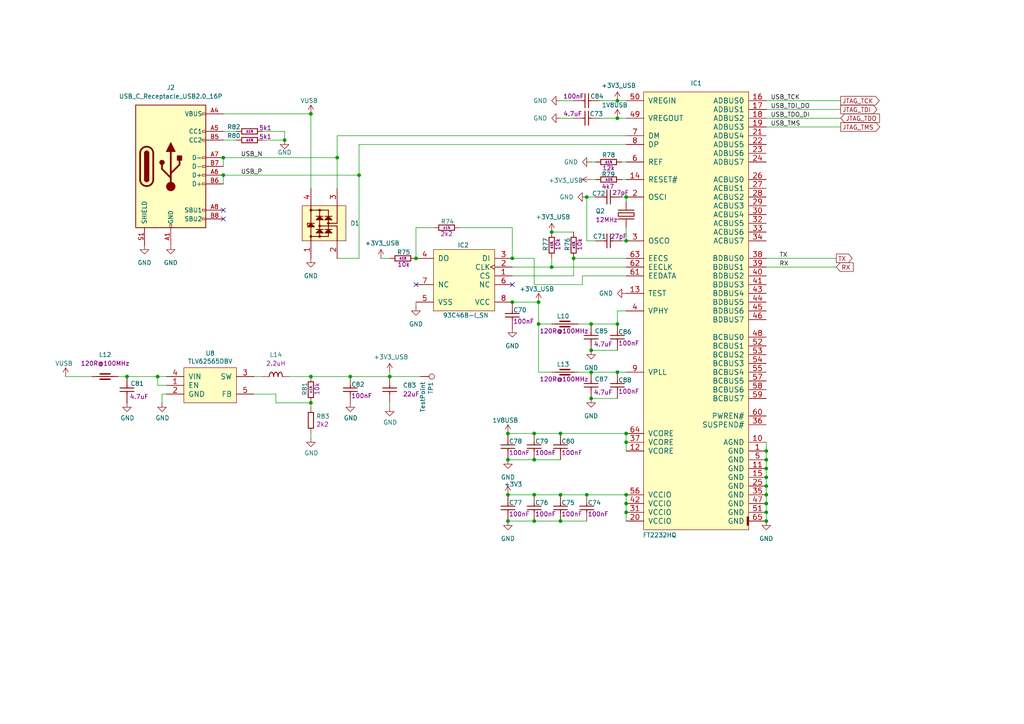
<source format=kicad_sch>
(kicad_sch (version 20250114) (generator "eeschema") (generator_version "9.0")
  (paper "A4")
  (junction (at 147.32 125.73))
  (junction (at 154.94 133.35))
  (junction (at 166.37 74.93))
  (junction (at 222.25 135.89))
  (junction (at 90.17 33.02))
  (junction (at 222.25 143.51))
  (junction (at 171.45 115.57))
  (junction (at 181.61 69.85))
  (junction (at 162.56 143.51))
  (junction (at 113.03 109.22))
  (junction (at 181.61 125.73))
  (junction (at 147.32 143.51))
  (junction (at 148.59 74.93))
  (junction (at 171.45 93.98))
  (junction (at 104.14 50.8))
  (junction (at 171.45 107.95))
  (junction (at 162.56 151.13))
  (junction (at 90.17 109.22))
  (junction (at 222.25 148.59))
  (junction (at 222.25 151.13))
  (junction (at 222.25 133.35))
  (junction (at 156.21 87.63))
  (junction (at 82.55 40.64))
  (junction (at 222.25 138.43))
  (junction (at 222.25 140.97))
  (junction (at 170.18 143.51))
  (junction (at 154.94 143.51))
  (junction (at 64.77 45.72))
  (junction (at 160.02 67.31))
  (junction (at 148.59 87.63))
  (junction (at 171.45 101.6))
  (junction (at 222.25 130.81))
  (junction (at 97.79 45.72))
  (junction (at 160.02 77.47))
  (junction (at 179.07 34.29))
  (junction (at 156.21 93.98))
  (junction (at 45.72 109.22))
  (junction (at 147.32 133.35))
  (junction (at 101.6 109.22))
  (junction (at 222.25 146.05))
  (junction (at 181.61 143.51))
  (junction (at 36.83 109.22))
  (junction (at 179.07 93.98))
  (junction (at 90.17 116.84))
  (junction (at 162.56 125.73))
  (junction (at 154.94 125.73))
  (junction (at 170.18 57.15))
  (junction (at 154.94 151.13))
  (junction (at 181.61 128.27))
  (junction (at 179.07 29.21))
  (junction (at 181.61 148.59))
  (junction (at 64.77 50.8))
  (junction (at 120.65 74.93))
  (junction (at 147.32 151.13))
  (junction (at 181.61 57.15))
  (junction (at 179.07 107.95))
  (junction (at 181.61 146.05))
  (no_connect (at 120.65 82.55))
  (no_connect (at 64.77 63.5))
  (no_connect (at 64.77 60.96))
  (no_connect (at 148.59 82.55))
  (wire (pts (xy 148.59 77.47) (xy 160.02 77.47)))
  (wire (pts (xy 167.64 107.95) (xy 171.45 107.95)))
  (wire (pts (xy 181.61 80.01) (xy 168.91 80.01)))
  (wire (pts (xy 181.61 143.51) (xy 181.61 146.05)))
  (wire (pts (xy 181.61 125.73) (xy 181.61 128.27)))
  (wire (pts (xy 80.01 114.3) (xy 73.66 114.3)))
  (wire (pts (xy 179.07 107.95) (xy 181.61 107.95)))
  (wire (pts (xy 180.34 69.85) (xy 181.61 69.85)))
  (wire (pts (xy 181.61 66.04) (xy 181.61 69.85)))
  (wire (pts (xy 222.25 148.59) (xy 222.25 151.13)))
  (wire (pts (xy 90.17 109.22) (xy 101.6 109.22)))
  (wire (pts (xy 180.34 52.07) (xy 181.61 52.07)))
  (wire (pts (xy 162.56 143.51) (xy 170.18 143.51)))
  (wire (pts (xy 222.25 138.43) (xy 222.25 140.97)))
  (wire (pts (xy 76.2 38.1) (xy 82.55 38.1)))
  (wire (pts (xy 173.99 34.29) (xy 179.07 34.29)))
  (wire (pts (xy 173.99 29.21) (xy 179.07 29.21)))
  (wire (pts (xy 154.94 133.35) (xy 162.56 133.35)))
  (wire (pts (xy 34.29 109.22) (xy 36.83 109.22)))
  (wire (pts (xy 172.72 69.85) (xy 170.18 69.85)))
  (wire (pts (xy 160.02 67.31) (xy 166.37 67.31)))
  (wire (pts (xy 64.77 50.8) (xy 64.77 53.34)))
  (wire (pts (xy 222.25 140.97) (xy 222.25 143.51)))
  (wire (pts (xy 97.79 45.72) (xy 97.79 54.61)))
  (wire (pts (xy 125.73 66.04) (xy 120.65 66.04)))
  (wire (pts (xy 168.91 82.55) (xy 154.94 82.55)))
  (wire (pts (xy 82.55 38.1) (xy 82.55 40.64)))
  (wire (pts (xy 73.66 109.22) (xy 76.2 109.22)))
  (wire (pts (xy 171.45 101.6) (xy 179.07 101.6)))
  (wire (pts (xy 120.65 66.04) (xy 120.65 74.93)))
  (wire (pts (xy 222.25 34.29) (xy 243.84 34.29)))
  (wire (pts (xy 97.79 45.72) (xy 64.77 45.72)))
  (wire (pts (xy 104.14 41.91) (xy 104.14 50.8)))
  (wire (pts (xy 45.72 111.76) (xy 45.72 109.22)))
  (wire (pts (xy 147.32 151.13) (xy 154.94 151.13)))
  (wire (pts (xy 147.32 133.35) (xy 154.94 133.35)))
  (wire (pts (xy 154.94 151.13) (xy 162.56 151.13)))
  (wire (pts (xy 166.37 74.93) (xy 166.37 80.01)))
  (wire (pts (xy 171.45 52.07) (xy 172.72 52.07)))
  (wire (pts (xy 181.61 146.05) (xy 181.61 148.59)))
  (wire (pts (xy 160.02 77.47) (xy 181.61 77.47)))
  (wire (pts (xy 90.17 33.02) (xy 64.77 33.02)))
  (wire (pts (xy 179.07 90.17) (xy 179.07 93.98)))
  (wire (pts (xy 148.59 87.63) (xy 156.21 87.63)))
  (wire (pts (xy 97.79 74.93) (xy 104.14 74.93)))
  (wire (pts (xy 170.18 57.15) (xy 172.72 57.15)))
  (wire (pts (xy 222.25 135.89) (xy 222.25 138.43)))
  (wire (pts (xy 170.18 69.85) (xy 170.18 57.15)))
  (wire (pts (xy 166.37 80.01) (xy 148.59 80.01)))
  (wire (pts (xy 162.56 29.21) (xy 166.37 29.21)))
  (wire (pts (xy 181.61 74.93) (xy 166.37 74.93)))
  (wire (pts (xy 110.49 74.93) (xy 113.03 74.93)))
  (wire (pts (xy 222.25 31.75) (xy 243.84 31.75)))
  (wire (pts (xy 133.35 66.04) (xy 148.59 66.04)))
  (wire (pts (xy 19.05 109.22) (xy 26.67 109.22)))
  (wire (pts (xy 156.21 107.95) (xy 156.21 93.98)))
  (wire (pts (xy 36.83 109.22) (xy 45.72 109.22)))
  (wire (pts (xy 179.07 29.21) (xy 181.61 29.21)))
  (wire (pts (xy 147.32 143.51) (xy 154.94 143.51)))
  (wire (pts (xy 45.72 109.22) (xy 48.26 109.22)))
  (wire (pts (xy 222.25 146.05) (xy 222.25 148.59)))
  (wire (pts (xy 222.25 29.21) (xy 243.84 29.21)))
  (wire (pts (xy 181.61 41.91) (xy 104.14 41.91)))
  (wire (pts (xy 104.14 74.93) (xy 104.14 50.8)))
  (wire (pts (xy 171.45 93.98) (xy 179.07 93.98)))
  (wire (pts (xy 160.02 93.98) (xy 156.21 93.98)))
  (wire (pts (xy 148.59 66.04) (xy 148.59 74.93)))
  (wire (pts (xy 180.34 57.15) (xy 181.61 57.15)))
  (wire (pts (xy 162.56 125.73) (xy 181.61 125.73)))
  (wire (pts (xy 170.18 143.51) (xy 181.61 143.51)))
  (wire (pts (xy 113.03 116.84) (xy 113.03 118.11)))
  (wire (pts (xy 222.25 36.83) (xy 243.84 36.83)))
  (wire (pts (xy 113.03 107.95) (xy 113.03 109.22)))
  (wire (pts (xy 46.99 114.3) (xy 46.99 116.84)))
  (wire (pts (xy 80.01 116.84) (xy 80.01 114.3)))
  (wire (pts (xy 181.61 148.59) (xy 181.61 151.13)))
  (wire (pts (xy 171.45 115.57) (xy 179.07 115.57)))
  (wire (pts (xy 97.79 39.37) (xy 97.79 45.72)))
  (wire (pts (xy 162.56 34.29) (xy 166.37 34.29)))
  (wire (pts (xy 113.03 109.22) (xy 121.92 109.22)))
  (wire (pts (xy 181.61 39.37) (xy 97.79 39.37)))
  (wire (pts (xy 156.21 87.63) (xy 156.21 93.98)))
  (wire (pts (xy 180.34 46.99) (xy 181.61 46.99)))
  (wire (pts (xy 48.26 114.3) (xy 46.99 114.3)))
  (wire (pts (xy 154.94 143.51) (xy 162.56 143.51)))
  (wire (pts (xy 83.82 109.22) (xy 90.17 109.22)))
  (wire (pts (xy 168.91 80.01) (xy 168.91 82.55)))
  (wire (pts (xy 120.65 87.63) (xy 120.65 88.9)))
  (wire (pts (xy 90.17 54.61) (xy 90.17 33.02)))
  (wire (pts (xy 162.56 151.13) (xy 170.18 151.13)))
  (wire (pts (xy 181.61 90.17) (xy 179.07 90.17)))
  (wire (pts (xy 222.25 77.47) (xy 242.57 77.47)))
  (wire (pts (xy 101.6 109.22) (xy 113.03 109.22)))
  (wire (pts (xy 222.25 128.27) (xy 222.25 130.81)))
  (wire (pts (xy 154.94 125.73) (xy 162.56 125.73)))
  (wire (pts (xy 181.61 128.27) (xy 181.61 130.81)))
  (wire (pts (xy 167.64 93.98) (xy 171.45 93.98)))
  (wire (pts (xy 179.07 34.29) (xy 181.61 34.29)))
  (wire (pts (xy 160.02 74.93) (xy 160.02 77.47)))
  (wire (pts (xy 64.77 40.64) (xy 68.58 40.64)))
  (wire (pts (xy 90.17 116.84) (xy 90.17 118.11)))
  (wire (pts (xy 171.45 107.95) (xy 179.07 107.95)))
  (wire (pts (xy 90.17 125.73) (xy 90.17 127)))
  (wire (pts (xy 90.17 116.84) (xy 80.01 116.84)))
  (wire (pts (xy 171.45 46.99) (xy 172.72 46.99)))
  (wire (pts (xy 222.25 74.93) (xy 242.57 74.93)))
  (wire (pts (xy 64.77 38.1) (xy 68.58 38.1)))
  (wire (pts (xy 222.25 143.51) (xy 222.25 146.05)))
  (wire (pts (xy 154.94 74.93) (xy 148.59 74.93)))
  (wire (pts (xy 181.61 57.15) (xy 181.61 58.42)))
  (wire (pts (xy 76.2 40.64) (xy 82.55 40.64)))
  (wire (pts (xy 154.94 82.55) (xy 154.94 74.93)))
  (wire (pts (xy 64.77 45.72) (xy 64.77 48.26)))
  (wire (pts (xy 104.14 50.8) (xy 64.77 50.8)))
  (wire (pts (xy 222.25 130.81) (xy 222.25 133.35)))
  (wire (pts (xy 160.02 107.95) (xy 156.21 107.95)))
  (wire (pts (xy 222.25 133.35) (xy 222.25 135.89)))
  (wire (pts (xy 147.32 125.73) (xy 154.94 125.73)))
  (wire (pts (xy 48.26 111.76) (xy 45.72 111.76)))
  (label "RX" (at 226.06 77.47 0))
  (label "USB_TMS" (at 223.52 36.83 0))
  (label "USB_N" (at 69.85 45.72 0))
  (label "TX" (at 226.06 74.93 0))
  (label "USB_TCK" (at 223.52 29.21 0))
  (label "USB_TDI_DO" (at 223.52 31.75 0))
  (label "USB_P" (at 69.85 50.8 0))
  (label "USB_TDO_DI" (at 223.52 34.29 0))
  (global_label "JTAG_TDO" (shape input) (at 243.84 34.29 0) (property "Intersheetrefs" "${INTERSHEET_REFS}" (effects (hide yes))))
  (global_label "JTAG_TMS" (shape output) (at 243.84 36.83 0) (property "Intersheetrefs" "${INTERSHEET_REFS}" (effects (hide yes))))
  (global_label "RX" (shape input) (at 242.57 77.47 0) (property "Intersheetrefs" "${INTERSHEET_REFS}" (effects (hide yes))))
  (global_label "JTAG_TDI" (shape output) (at 243.84 31.75 0) (property "Intersheetrefs" "${INTERSHEET_REFS}" (effects (hide yes))))
  (global_label "TX" (shape output) (at 242.57 74.93 0) (property "Intersheetrefs" "${INTERSHEET_REFS}" (effects (hide yes))))
  (global_label "JTAG_TCK" (shape output) (at 243.84 29.21 0) (property "Intersheetrefs" "${INTERSHEET_REFS}" (effects (hide yes))))
  (symbol (lib_id "Capacitors SMD:CC0402_100NF_50V_10%_X7R") (at 148.59 95.25 90) (unit 1)
    (property "Reference" "C70" (at 148.844 89.916 90) (effects (justify right)))
    (property "Value" "CC0402_100NF_50V_10%_X7R" (effects (hide yes)))
    (property "Footprint" "Capacitors SMD:CAPC1005X55N" (effects (hide yes)))
    (property "Datasheet" "\\\\cern.ch\\dfs\\Applications\\Altium\\Datasheets\\CC0402_MURATA_GRM155R71H104KE14D.pdf" (effects (hide yes)))
    (property "Description" "SMD Multilayer Chip Ceramic Capacitor" (effects (hide yes)))
    (property "Val" "100nF" (at 148.844 93.218 90) (effects (justify right)))
    (property "Part Number" "CC0402_100NF_50V_10%_X7R" (effects (hide yes)))
    (property "Library Ref" "Capacitor - non polarized" (effects (hide yes)))
    (property "Library Path" "SchLib\\Capacitors.SchLib" (effects (hide yes)))
    (property "Comment" "100nF" (effects (hide yes)))
    (property "Component Kind" "Standard" (effects (hide yes)))
    (property "Component Type" "Standard" (effects (hide yes)))
    (property "Pin Count" "2" (effects (hide yes)))
    (property "Footprint Path" "PcbLib\\Capacitors SMD.PcbLib" (effects (hide yes)))
    (property "Footprint Ref" "CAPC1005X55N" (effects (hide yes)))
    (property "PackageDescription" " " (effects (hide yes)))
    (property "Status" "None" (effects (hide yes)))
    (property "Status Comment" " " (effects (hide yes)))
    (property "Voltage" "50V" (effects (hide yes)))
    (property "TC" "X7R" (effects (hide yes)))
    (property "Tolerance" "±10%" (effects (hide yes)))
    (property "Part Description" "SMD Multilayer Chip Ceramic Capacitor" (effects (hide yes)))
    (property "Manufacturer" "GENERIC" (effects (hide yes)))
    (property "Manufacturer Part Number" "CC0402_100NF_50V_10%_X7R" (effects (hide yes)))
    (property "Case" "0402" (effects (hide yes)))
    (property "Mounted" "Yes" (effects (hide yes)))
    (property "Socket" "No" (effects (hide yes)))
    (property "SMD" "Yes" (effects (hide yes)))
    (property "PressFit" " " (effects (hide yes)))
    (property "Sense" "No" (effects (hide yes)))
    (property "Sense Comment" " " (effects (hide yes)))
    (property "ComponentHeight" " " (effects (hide yes)))
    (property "Manufacturer1 Example" "MURATA" (effects (hide yes)))
    (property "Manufacturer1 Part Number" "GRM155R71H104KE14D" (effects (hide yes)))
    (property "Manufacturer1 ComponentHeight" "0.55mm" (effects (hide yes)))
    (property "HelpURL" "\\\\cern.ch\\dfs\\Applications\\Altium\\Datasheets\\CC0402_MURATA_GRM155R71H104KE14D.pdf" (effects (hide yes)))
    (property "Author" "CERN DEM MR" (effects (hide yes)))
    (property "CreateDate" "06/30/17 00:00:00" (effects (hide yes)))
    (property "LatestRevisionDate" "06/30/17 00:00:00" (effects (hide yes)))
    (property "Database Table Name" "Capacitors" (effects (hide yes)))
    (property "Library Name" "Capacitors SMD" (effects (hide yes)))
    (property "Footprint Library" "Capacitors SMD" (effects (hide yes)))
    (property "License" "CC-BY-SA 4.0" (effects (hide yes)))
  )
  (symbol (lib_id "power:GND") (at 120.65 88.9 0) (unit 1)
    (property "Reference" "#PWR082" (effects (hide yes)))
    (property "Value" "GND" (at 120.65 93.98 0))
    (property "Description" "Power symbol creates a global label with name \"GND\" , ground" (effects (hide yes)))
  )
  (symbol (lib_id "Connector_Generic:TestPoint") (at 121.92 109.22 270) (unit 1)
    (property "Reference" "TP1" (at 124.9172 110.6932 0) (effects (justify left)))
    (property "Value" "TestPoint" (at 122.6058 110.6932 0) (effects (justify left)))
    (property "Footprint" "TestPoint:TestPoint_THTPad_D1.5mm_Drill0.7mm" (effects (hide yes)))
    (property "Datasheet" " " (effects (hide yes)))
  )
  (symbol (lib_id "power:GND") (at 171.45 46.99 270) (unit 1)
    (property "Reference" "#PWR086" (effects (hide yes)))
    (property "Value" "GND" (at 167.64 46.9899 90) (effects (justify right)))
    (property "Description" "Power symbol creates a global label with name \"GND\" , ground" (effects (hide yes)))
  )
  (symbol (lib_id "power:+1V0") (at 147.32 143.51 0) (unit 1)
    (property "Reference" "#PWR096" (effects (hide yes)))
    (property "Value" "+3V3" (at 148.844 140.462 0))
    (property "Description" "Power symbol creates a global label with name \"+1V0\"" (effects (hide yes)))
  )
  (symbol (lib_id "Capacitors SMD:CC0402_100NF_50V_10%_X7R") (at 179.07 115.57 90) (unit 1)
    (property "Reference" "C88" (at 179.324 110.236 90) (effects (justify right)))
    (property "Value" "CC0402_100NF_50V_10%_X7R" (effects (hide yes)))
    (property "Footprint" "Capacitors SMD:CAPC1005X55N" (effects (hide yes)))
    (property "Datasheet" "\\\\cern.ch\\dfs\\Applications\\Altium\\Datasheets\\CC0402_MURATA_GRM155R71H104KE14D.pdf" (effects (hide yes)))
    (property "Description" "SMD Multilayer Chip Ceramic Capacitor" (effects (hide yes)))
    (property "Val" "100nF" (at 179.324 113.538 90) (effects (justify right)))
    (property "Part Number" "CC0402_100NF_50V_10%_X7R" (effects (hide yes)))
    (property "Library Ref" "Capacitor - non polarized" (effects (hide yes)))
    (property "Library Path" "SchLib\\Capacitors.SchLib" (effects (hide yes)))
    (property "Comment" "100nF" (effects (hide yes)))
    (property "Component Kind" "Standard" (effects (hide yes)))
    (property "Component Type" "Standard" (effects (hide yes)))
    (property "Pin Count" "2" (effects (hide yes)))
    (property "Footprint Path" "PcbLib\\Capacitors SMD.PcbLib" (effects (hide yes)))
    (property "Footprint Ref" "CAPC1005X55N" (effects (hide yes)))
    (property "PackageDescription" " " (effects (hide yes)))
    (property "Status" "None" (effects (hide yes)))
    (property "Status Comment" " " (effects (hide yes)))
    (property "Voltage" "50V" (effects (hide yes)))
    (property "TC" "X7R" (effects (hide yes)))
    (property "Tolerance" "±10%" (effects (hide yes)))
    (property "Part Description" "SMD Multilayer Chip Ceramic Capacitor" (effects (hide yes)))
    (property "Manufacturer" "GENERIC" (effects (hide yes)))
    (property "Manufacturer Part Number" "CC0402_100NF_50V_10%_X7R" (effects (hide yes)))
    (property "Case" "0402" (effects (hide yes)))
    (property "Mounted" "Yes" (effects (hide yes)))
    (property "Socket" "No" (effects (hide yes)))
    (property "SMD" "Yes" (effects (hide yes)))
    (property "PressFit" " " (effects (hide yes)))
    (property "Sense" "No" (effects (hide yes)))
    (property "Sense Comment" " " (effects (hide yes)))
    (property "ComponentHeight" " " (effects (hide yes)))
    (property "Manufacturer1 Example" "MURATA" (effects (hide yes)))
    (property "Manufacturer1 Part Number" "GRM155R71H104KE14D" (effects (hide yes)))
    (property "Manufacturer1 ComponentHeight" "0.55mm" (effects (hide yes)))
    (property "HelpURL" "\\\\cern.ch\\dfs\\Applications\\Altium\\Datasheets\\CC0402_MURATA_GRM155R71H104KE14D.pdf" (effects (hide yes)))
    (property "Author" "CERN DEM MR" (effects (hide yes)))
    (property "CreateDate" "06/30/17 00:00:00" (effects (hide yes)))
    (property "LatestRevisionDate" "06/30/17 00:00:00" (effects (hide yes)))
    (property "Database Table Name" "Capacitors" (effects (hide yes)))
    (property "Library Name" "Capacitors SMD" (effects (hide yes)))
    (property "Footprint Library" "Capacitors SMD" (effects (hide yes)))
    (property "License" "CC-BY-SA 4.0" (effects (hide yes)))
  )
  (symbol (lib_id "power:GND") (at 181.61 85.09 270) (unit 1)
    (property "Reference" "#PWR088" (effects (hide yes)))
    (property "Value" "GND" (at 177.8 85.0899 90) (effects (justify right)))
    (property "Description" "Power symbol creates a global label with name \"GND\" , ground" (effects (hide yes)))
  )
  (symbol (lib_id "Capacitors SMD:CC0402_100NF_50V_10%_X7R") (at 154.94 151.13 90) (unit 1)
    (property "Reference" "C76" (at 155.194 145.796 90) (effects (justify right)))
    (property "Value" "CC0402_100NF_50V_10%_X7R" (effects (hide yes)))
    (property "Footprint" "Capacitors SMD:CAPC1005X55N" (effects (hide yes)))
    (property "Datasheet" "\\\\cern.ch\\dfs\\Applications\\Altium\\Datasheets\\CC0402_MURATA_GRM155R71H104KE14D.pdf" (effects (hide yes)))
    (property "Description" "SMD Multilayer Chip Ceramic Capacitor" (effects (hide yes)))
    (property "Val" "100nF" (at 155.194 149.098 90) (effects (justify right)))
    (property "Part Number" "CC0402_100NF_50V_10%_X7R" (effects (hide yes)))
    (property "Library Ref" "Capacitor - non polarized" (effects (hide yes)))
    (property "Library Path" "SchLib\\Capacitors.SchLib" (effects (hide yes)))
    (property "Comment" "100nF" (effects (hide yes)))
    (property "Component Kind" "Standard" (effects (hide yes)))
    (property "Component Type" "Standard" (effects (hide yes)))
    (property "Pin Count" "2" (effects (hide yes)))
    (property "Footprint Path" "PcbLib\\Capacitors SMD.PcbLib" (effects (hide yes)))
    (property "Footprint Ref" "CAPC1005X55N" (effects (hide yes)))
    (property "PackageDescription" " " (effects (hide yes)))
    (property "Status" "None" (effects (hide yes)))
    (property "Status Comment" " " (effects (hide yes)))
    (property "Voltage" "50V" (effects (hide yes)))
    (property "TC" "X7R" (effects (hide yes)))
    (property "Tolerance" "±10%" (effects (hide yes)))
    (property "Part Description" "SMD Multilayer Chip Ceramic Capacitor" (effects (hide yes)))
    (property "Manufacturer" "GENERIC" (effects (hide yes)))
    (property "Manufacturer Part Number" "CC0402_100NF_50V_10%_X7R" (effects (hide yes)))
    (property "Case" "0402" (effects (hide yes)))
    (property "Mounted" "Yes" (effects (hide yes)))
    (property "Socket" "No" (effects (hide yes)))
    (property "SMD" "Yes" (effects (hide yes)))
    (property "PressFit" " " (effects (hide yes)))
    (property "Sense" "No" (effects (hide yes)))
    (property "Sense Comment" " " (effects (hide yes)))
    (property "ComponentHeight" " " (effects (hide yes)))
    (property "Manufacturer1 Example" "MURATA" (effects (hide yes)))
    (property "Manufacturer1 Part Number" "GRM155R71H104KE14D" (effects (hide yes)))
    (property "Manufacturer1 ComponentHeight" "0.55mm" (effects (hide yes)))
    (property "HelpURL" "\\\\cern.ch\\dfs\\Applications\\Altium\\Datasheets\\CC0402_MURATA_GRM155R71H104KE14D.pdf" (effects (hide yes)))
    (property "Author" "CERN DEM MR" (effects (hide yes)))
    (property "CreateDate" "06/30/17 00:00:00" (effects (hide yes)))
    (property "LatestRevisionDate" "06/30/17 00:00:00" (effects (hide yes)))
    (property "Database Table Name" "Capacitors" (effects (hide yes)))
    (property "Library Name" "Capacitors SMD" (effects (hide yes)))
    (property "Footprint Library" "Capacitors SMD" (effects (hide yes)))
    (property "License" "CC-BY-SA 4.0" (effects (hide yes)))
  )
  (symbol (lib_id "Capacitors SMD:CC0402_100NF_50V_10%_X7R") (at 147.32 133.35 90) (unit 1)
    (property "Reference" "C78" (at 147.574 128.016 90) (effects (justify right)))
    (property "Value" "CC0402_100NF_50V_10%_X7R" (effects (hide yes)))
    (property "Footprint" "Capacitors SMD:CAPC1005X55N" (effects (hide yes)))
    (property "Datasheet" "\\\\cern.ch\\dfs\\Applications\\Altium\\Datasheets\\CC0402_MURATA_GRM155R71H104KE14D.pdf" (effects (hide yes)))
    (property "Description" "SMD Multilayer Chip Ceramic Capacitor" (effects (hide yes)))
    (property "Val" "100nF" (at 147.574 131.318 90) (effects (justify right)))
    (property "Part Number" "CC0402_100NF_50V_10%_X7R" (effects (hide yes)))
    (property "Library Ref" "Capacitor - non polarized" (effects (hide yes)))
    (property "Library Path" "SchLib\\Capacitors.SchLib" (effects (hide yes)))
    (property "Comment" "100nF" (effects (hide yes)))
    (property "Component Kind" "Standard" (effects (hide yes)))
    (property "Component Type" "Standard" (effects (hide yes)))
    (property "Pin Count" "2" (effects (hide yes)))
    (property "Footprint Path" "PcbLib\\Capacitors SMD.PcbLib" (effects (hide yes)))
    (property "Footprint Ref" "CAPC1005X55N" (effects (hide yes)))
    (property "PackageDescription" " " (effects (hide yes)))
    (property "Status" "None" (effects (hide yes)))
    (property "Status Comment" " " (effects (hide yes)))
    (property "Voltage" "50V" (effects (hide yes)))
    (property "TC" "X7R" (effects (hide yes)))
    (property "Tolerance" "±10%" (effects (hide yes)))
    (property "Part Description" "SMD Multilayer Chip Ceramic Capacitor" (effects (hide yes)))
    (property "Manufacturer" "GENERIC" (effects (hide yes)))
    (property "Manufacturer Part Number" "CC0402_100NF_50V_10%_X7R" (effects (hide yes)))
    (property "Case" "0402" (effects (hide yes)))
    (property "Mounted" "Yes" (effects (hide yes)))
    (property "Socket" "No" (effects (hide yes)))
    (property "SMD" "Yes" (effects (hide yes)))
    (property "PressFit" " " (effects (hide yes)))
    (property "Sense" "No" (effects (hide yes)))
    (property "Sense Comment" " " (effects (hide yes)))
    (property "ComponentHeight" " " (effects (hide yes)))
    (property "Manufacturer1 Example" "MURATA" (effects (hide yes)))
    (property "Manufacturer1 Part Number" "GRM155R71H104KE14D" (effects (hide yes)))
    (property "Manufacturer1 ComponentHeight" "0.55mm" (effects (hide yes)))
    (property "HelpURL" "\\\\cern.ch\\dfs\\Applications\\Altium\\Datasheets\\CC0402_MURATA_GRM155R71H104KE14D.pdf" (effects (hide yes)))
    (property "Author" "CERN DEM MR" (effects (hide yes)))
    (property "CreateDate" "06/30/17 00:00:00" (effects (hide yes)))
    (property "LatestRevisionDate" "06/30/17 00:00:00" (effects (hide yes)))
    (property "Database Table Name" "Capacitors" (effects (hide yes)))
    (property "Library Name" "Capacitors SMD" (effects (hide yes)))
    (property "Footprint Library" "Capacitors SMD" (effects (hide yes)))
    (property "License" "CC-BY-SA 4.0" (effects (hide yes)))
  )
  (symbol (lib_id "Capacitors SMD:CC0402_100NF_50V_10%_X7R") (at 147.32 151.13 90) (unit 1)
    (property "Reference" "C77" (at 147.574 145.796 90) (effects (justify right)))
    (property "Value" "CC0402_100NF_50V_10%_X7R" (effects (hide yes)))
    (property "Footprint" "Capacitors SMD:CAPC1005X55N" (effects (hide yes)))
    (property "Datasheet" "\\\\cern.ch\\dfs\\Applications\\Altium\\Datasheets\\CC0402_MURATA_GRM155R71H104KE14D.pdf" (effects (hide yes)))
    (property "Description" "SMD Multilayer Chip Ceramic Capacitor" (effects (hide yes)))
    (property "Val" "100nF" (at 147.574 149.098 90) (effects (justify right)))
    (property "Part Number" "CC0402_100NF_50V_10%_X7R" (effects (hide yes)))
    (property "Library Ref" "Capacitor - non polarized" (effects (hide yes)))
    (property "Library Path" "SchLib\\Capacitors.SchLib" (effects (hide yes)))
    (property "Comment" "100nF" (effects (hide yes)))
    (property "Component Kind" "Standard" (effects (hide yes)))
    (property "Component Type" "Standard" (effects (hide yes)))
    (property "Pin Count" "2" (effects (hide yes)))
    (property "Footprint Path" "PcbLib\\Capacitors SMD.PcbLib" (effects (hide yes)))
    (property "Footprint Ref" "CAPC1005X55N" (effects (hide yes)))
    (property "PackageDescription" " " (effects (hide yes)))
    (property "Status" "None" (effects (hide yes)))
    (property "Status Comment" " " (effects (hide yes)))
    (property "Voltage" "50V" (effects (hide yes)))
    (property "TC" "X7R" (effects (hide yes)))
    (property "Tolerance" "±10%" (effects (hide yes)))
    (property "Part Description" "SMD Multilayer Chip Ceramic Capacitor" (effects (hide yes)))
    (property "Manufacturer" "GENERIC" (effects (hide yes)))
    (property "Manufacturer Part Number" "CC0402_100NF_50V_10%_X7R" (effects (hide yes)))
    (property "Case" "0402" (effects (hide yes)))
    (property "Mounted" "Yes" (effects (hide yes)))
    (property "Socket" "No" (effects (hide yes)))
    (property "SMD" "Yes" (effects (hide yes)))
    (property "PressFit" " " (effects (hide yes)))
    (property "Sense" "No" (effects (hide yes)))
    (property "Sense Comment" " " (effects (hide yes)))
    (property "ComponentHeight" " " (effects (hide yes)))
    (property "Manufacturer1 Example" "MURATA" (effects (hide yes)))
    (property "Manufacturer1 Part Number" "GRM155R71H104KE14D" (effects (hide yes)))
    (property "Manufacturer1 ComponentHeight" "0.55mm" (effects (hide yes)))
    (property "HelpURL" "\\\\cern.ch\\dfs\\Applications\\Altium\\Datasheets\\CC0402_MURATA_GRM155R71H104KE14D.pdf" (effects (hide yes)))
    (property "Author" "CERN DEM MR" (effects (hide yes)))
    (property "CreateDate" "06/30/17 00:00:00" (effects (hide yes)))
    (property "LatestRevisionDate" "06/30/17 00:00:00" (effects (hide yes)))
    (property "Database Table Name" "Capacitors" (effects (hide yes)))
    (property "Library Name" "Capacitors SMD" (effects (hide yes)))
    (property "Footprint Library" "Capacitors SMD" (effects (hide yes)))
    (property "License" "CC-BY-SA 4.0" (effects (hide yes)))
  )
  (symbol (lib_id "Capacitors SMD:CC0402_27PF_50V_5%_C0G") (at 180.34 57.15 180) (unit 1)
    (property "Reference" "C72" (at 171.704 56.134 0) (effects (justify right)))
    (property "Value" "CC0402_27PF_50V_5%_C0G" (effects (hide yes)))
    (property "Footprint" "Capacitors SMD:CAPC1005X55N" (effects (hide yes)))
    (property "Datasheet" "\\\\cern.ch\\dfs\\Applications\\Altium\\Datasheets\\CC0402_C0G_KEMET_(Commercial Grade).pdf" (effects (hide yes)))
    (property "Description" "SMD Multilayer Chip Ceramic Capacitor" (effects (hide yes)))
    (property "Val" "27pF" (at 177.546 55.88 0) (effects (justify right)))
    (property "Part Number" "CC0402_27PF_50V_5%_C0G" (effects (hide yes)))
    (property "Library Ref" "Capacitor - non polarized" (effects (hide yes)))
    (property "Library Path" "SchLib\\Capacitors.SchLib" (effects (hide yes)))
    (property "Comment" "27pF" (effects (hide yes)))
    (property "Component Kind" "Standard" (effects (hide yes)))
    (property "Component Type" "Standard" (effects (hide yes)))
    (property "Pin Count" "2" (effects (hide yes)))
    (property "Footprint Path" "PcbLib\\Capacitors SMD.PcbLib" (effects (hide yes)))
    (property "Footprint Ref" "CAPC1005X55N" (effects (hide yes)))
    (property "PackageDescription" " " (effects (hide yes)))
    (property "Status" "Preferred" (effects (hide yes)))
    (property "Status Comment" " " (effects (hide yes)))
    (property "Voltage" "50V" (effects (hide yes)))
    (property "TC" "C0G/NP0" (effects (hide yes)))
    (property "Tolerance" "±5%" (effects (hide yes)))
    (property "Part Description" "SMD Multilayer Chip Ceramic Capacitor" (effects (hide yes)))
    (property "Manufacturer" "GENERIC" (effects (hide yes)))
    (property "Manufacturer Part Number" "CC0402_27PF_50V_5%_C0G" (effects (hide yes)))
    (property "Case" "0402" (effects (hide yes)))
    (property "Mounted" "Yes" (effects (hide yes)))
    (property "Socket" "No" (effects (hide yes)))
    (property "SMD" "Yes" (effects (hide yes)))
    (property "PressFit" " " (effects (hide yes)))
    (property "Sense" "No" (effects (hide yes)))
    (property "Sense Comment" " " (effects (hide yes)))
    (property "ComponentHeight" " " (effects (hide yes)))
    (property "Manufacturer1 Example" "KEMET" (effects (hide yes)))
    (property "Manufacturer1 Part Number" "C0402C270J5GACTU" (effects (hide yes)))
    (property "Manufacturer1 ComponentHeight" "0.55mm" (effects (hide yes)))
    (property "HelpURL" "\\\\cern.ch\\dfs\\Applications\\Altium\\Datasheets\\CC0402_C0G_KEMET_(Commercial Grade).pdf" (effects (hide yes)))
    (property "Author" "CERN DEM JLC" (effects (hide yes)))
    (property "CreateDate" "10/25/12 00:00:00" (effects (hide yes)))
    (property "LatestRevisionDate" "04/22/15 00:00:00" (effects (hide yes)))
    (property "Database Table Name" "Capacitors" (effects (hide yes)))
    (property "Library Name" "Capacitors SMD" (effects (hide yes)))
    (property "Footprint Library" "Capacitors SMD" (effects (hide yes)))
    (property "License" "CC-BY-SA 4.0" (effects (hide yes)))
  )
  (symbol (lib_id "power:GND") (at 41.91 71.12 0) (unit 1)
    (property "Reference" "#PWR090" (effects (hide yes)))
    (property "Value" "GND" (at 41.91 76.2 0))
    (property "Description" "Power symbol creates a global label with name \"GND\" , ground" (effects (hide yes)))
  )
  (symbol (lib_id "Capacitors SMD:CC0402_100NF_50V_10%_X7R") (at 101.6 116.84 90) (unit 1)
    (property "Reference" "C82" (at 101.854 111.506 90) (effects (justify right)))
    (property "Value" "CC0402_100NF_50V_10%_X7R" (effects (hide yes)))
    (property "Footprint" "Capacitors SMD:CAPC1005X55N" (effects (hide yes)))
    (property "Datasheet" "\\\\cern.ch\\dfs\\Applications\\Altium\\Datasheets\\CC0402_MURATA_GRM155R71H104KE14D.pdf" (effects (hide yes)))
    (property "Description" "SMD Multilayer Chip Ceramic Capacitor" (effects (hide yes)))
    (property "Val" "100nF" (at 101.854 114.808 90) (effects (justify right)))
    (property "Part Number" "CC0402_100NF_50V_10%_X7R" (effects (hide yes)))
    (property "Library Ref" "Capacitor - non polarized" (effects (hide yes)))
    (property "Library Path" "SchLib\\Capacitors.SchLib" (effects (hide yes)))
    (property "Comment" "100nF" (effects (hide yes)))
    (property "Component Kind" "Standard" (effects (hide yes)))
    (property "Component Type" "Standard" (effects (hide yes)))
    (property "Pin Count" "2" (effects (hide yes)))
    (property "Footprint Path" "PcbLib\\Capacitors SMD.PcbLib" (effects (hide yes)))
    (property "Footprint Ref" "CAPC1005X55N" (effects (hide yes)))
    (property "PackageDescription" " " (effects (hide yes)))
    (property "Status" "None" (effects (hide yes)))
    (property "Status Comment" " " (effects (hide yes)))
    (property "Voltage" "50V" (effects (hide yes)))
    (property "TC" "X7R" (effects (hide yes)))
    (property "Tolerance" "±10%" (effects (hide yes)))
    (property "Part Description" "SMD Multilayer Chip Ceramic Capacitor" (effects (hide yes)))
    (property "Manufacturer" "GENERIC" (effects (hide yes)))
    (property "Manufacturer Part Number" "CC0402_100NF_50V_10%_X7R" (effects (hide yes)))
    (property "Case" "0402" (effects (hide yes)))
    (property "Mounted" "Yes" (effects (hide yes)))
    (property "Socket" "No" (effects (hide yes)))
    (property "SMD" "Yes" (effects (hide yes)))
    (property "PressFit" " " (effects (hide yes)))
    (property "Sense" "No" (effects (hide yes)))
    (property "Sense Comment" " " (effects (hide yes)))
    (property "ComponentHeight" " " (effects (hide yes)))
    (property "Manufacturer1 Example" "MURATA" (effects (hide yes)))
    (property "Manufacturer1 Part Number" "GRM155R71H104KE14D" (effects (hide yes)))
    (property "Manufacturer1 ComponentHeight" "0.55mm" (effects (hide yes)))
    (property "HelpURL" "\\\\cern.ch\\dfs\\Applications\\Altium\\Datasheets\\CC0402_MURATA_GRM155R71H104KE14D.pdf" (effects (hide yes)))
    (property "Author" "CERN DEM MR" (effects (hide yes)))
    (property "CreateDate" "06/30/17 00:00:00" (effects (hide yes)))
    (property "LatestRevisionDate" "06/30/17 00:00:00" (effects (hide yes)))
    (property "Database Table Name" "Capacitors" (effects (hide yes)))
    (property "Library Name" "Capacitors SMD" (effects (hide yes)))
    (property "Footprint Library" "Capacitors SMD" (effects (hide yes)))
    (property "License" "CC-BY-SA 4.0" (effects (hide yes)))
  )
  (symbol (lib_id "power:GND") (at 170.18 57.15 270) (unit 1)
    (property "Reference" "#PWR085" (effects (hide yes)))
    (property "Value" "GND" (at 166.37 57.1499 90) (effects (justify right)))
    (property "Description" "Power symbol creates a global label with name \"GND\" , ground" (effects (hide yes)))
  )
  (symbol (lib_id "Resistors SMD:R0402_10K_1%_0.0625W_100PPM") (at 113.03 74.93 0) (unit 1)
    (property "Reference" "R75" (at 117.094 73.152 0))
    (property "Value" "R0402_10K_1%_0.0625W_100PPM" (effects (hide yes)))
    (property "Footprint" "Resistors SMD:RESC1005X40N" (effects (hide yes)))
    (property "Datasheet" "\\\\cern.ch\\dfs\\Applications\\Altium\\Datasheets\\R0402_Phycomp_RC0402.pdf" (effects (hide yes)))
    (property "Description" "General Purpose Thick Film Chip Resistor" (effects (hide yes)))
    (property "Tolerance" "±1%" (at 116.84 74.93 0) (effects (font (size 0.635 0.635))))
    (property "Val" "10k" (at 117.094 76.708 0))
    (property "Part Number" "R0402_10K_1%_0.0625W_100PPM" (effects (hide yes)))
    (property "Library Ref" "Resistor - 1%" (effects (hide yes)))
    (property "Library Path" "SchLib\\Resistors.SchLib" (effects (hide yes)))
    (property "Comment" "10k" (effects (hide yes)))
    (property "Component Kind" "Standard" (effects (hide yes)))
    (property "Component Type" "Standard" (effects (hide yes)))
    (property "PackageDescription" " " (effects (hide yes)))
    (property "Pin Count" "2" (effects (hide yes)))
    (property "Footprint Path" "PcbLib\\Resistors SMD.PcbLib" (effects (hide yes)))
    (property "Footprint Ref" "RESC1005X40N" (effects (hide yes)))
    (property "Status" "Not Recommended" (effects (hide yes)))
    (property "Power" "0.0625W" (effects (hide yes)))
    (property "TC" "±100ppm/°C" (effects (hide yes)))
    (property "Voltage" " " (effects (hide yes)))
    (property "Part Description" "General Purpose Thick Film Chip Resistor" (effects (hide yes)))
    (property "Manufacturer" "GENERIC" (effects (hide yes)))
    (property "Manufacturer Part Number" "R0402_10K_1%_0.0625W_100PPM" (effects (hide yes)))
    (property "Case" "0402" (effects (hide yes)))
    (property "PressFit" "No" (effects (hide yes)))
    (property "Mounted" "Yes" (effects (hide yes)))
    (property "Sense Comment" " " (effects (hide yes)))
    (property "Sense" "No" (effects (hide yes)))
    (property "Status Comment" " " (effects (hide yes)))
    (property "Socket" "No" (effects (hide yes)))
    (property "SMD" "Yes" (effects (hide yes)))
    (property "ComponentHeight" " " (effects (hide yes)))
    (property "Manufacturer1 Example" "YAGEO PHYCOMP" (effects (hide yes)))
    (property "Manufacturer1 Part Number" "232270671003L" (effects (hide yes)))
    (property "Manufacturer1 ComponentHeight" "0.4mm" (effects (hide yes)))
    (property "HelpURL" "\\\\cern.ch\\dfs\\Applications\\Altium\\Datasheets\\R0402_Phycomp_RC0402.pdf" (effects (hide yes)))
    (property "Author" "CERN DEM JLC" (effects (hide yes)))
    (property "CreateDate" "12/03/07 00:00:00" (effects (hide yes)))
    (property "LatestRevisionDate" "10/17/12 00:00:00" (effects (hide yes)))
    (property "Database Table Name" "Resistors" (effects (hide yes)))
    (property "Library Name" "Resistors SMD" (effects (hide yes)))
    (property "Footprint Library" "Resistors SMD" (effects (hide yes)))
    (property "License" "CC-BY-SA 4.0" (effects (hide yes)))
  )
  (symbol (lib_id "power:GND") (at 147.32 151.13 0) (unit 1)
    (property "Reference" "#PWR094" (effects (hide yes)))
    (property "Value" "GND" (at 147.32 156.21 0))
    (property "Description" "Power symbol creates a global label with name \"GND\" , ground" (effects (hide yes)))
  )
  (symbol (lib_id "Capacitors SMD:CC0402_27PF_50V_5%_C0G") (at 180.34 69.85 180) (unit 1)
    (property "Reference" "C71" (at 171.958 68.58 0) (effects (justify right)))
    (property "Value" "CC0402_27PF_50V_5%_C0G" (effects (hide yes)))
    (property "Footprint" "Capacitors SMD:CAPC1005X55N" (effects (hide yes)))
    (property "Datasheet" "\\\\cern.ch\\dfs\\Applications\\Altium\\Datasheets\\CC0402_C0G_KEMET_(Commercial Grade).pdf" (effects (hide yes)))
    (property "Description" "SMD Multilayer Chip Ceramic Capacitor" (effects (hide yes)))
    (property "Val" "27pF" (at 177.038 68.58 0) (effects (justify right)))
    (property "Part Number" "CC0402_27PF_50V_5%_C0G" (effects (hide yes)))
    (property "Library Ref" "Capacitor - non polarized" (effects (hide yes)))
    (property "Library Path" "SchLib\\Capacitors.SchLib" (effects (hide yes)))
    (property "Comment" "27pF" (effects (hide yes)))
    (property "Component Kind" "Standard" (effects (hide yes)))
    (property "Component Type" "Standard" (effects (hide yes)))
    (property "Pin Count" "2" (effects (hide yes)))
    (property "Footprint Path" "PcbLib\\Capacitors SMD.PcbLib" (effects (hide yes)))
    (property "Footprint Ref" "CAPC1005X55N" (effects (hide yes)))
    (property "PackageDescription" " " (effects (hide yes)))
    (property "Status" "Preferred" (effects (hide yes)))
    (property "Status Comment" " " (effects (hide yes)))
    (property "Voltage" "50V" (effects (hide yes)))
    (property "TC" "C0G/NP0" (effects (hide yes)))
    (property "Tolerance" "±5%" (effects (hide yes)))
    (property "Part Description" "SMD Multilayer Chip Ceramic Capacitor" (effects (hide yes)))
    (property "Manufacturer" "GENERIC" (effects (hide yes)))
    (property "Manufacturer Part Number" "CC0402_27PF_50V_5%_C0G" (effects (hide yes)))
    (property "Case" "0402" (effects (hide yes)))
    (property "Mounted" "Yes" (effects (hide yes)))
    (property "Socket" "No" (effects (hide yes)))
    (property "SMD" "Yes" (effects (hide yes)))
    (property "PressFit" " " (effects (hide yes)))
    (property "Sense" "No" (effects (hide yes)))
    (property "Sense Comment" " " (effects (hide yes)))
    (property "ComponentHeight" " " (effects (hide yes)))
    (property "Manufacturer1 Example" "KEMET" (effects (hide yes)))
    (property "Manufacturer1 Part Number" "C0402C270J5GACTU" (effects (hide yes)))
    (property "Manufacturer1 ComponentHeight" "0.55mm" (effects (hide yes)))
    (property "HelpURL" "\\\\cern.ch\\dfs\\Applications\\Altium\\Datasheets\\CC0402_C0G_KEMET_(Commercial Grade).pdf" (effects (hide yes)))
    (property "Author" "CERN DEM JLC" (effects (hide yes)))
    (property "CreateDate" "10/25/12 00:00:00" (effects (hide yes)))
    (property "LatestRevisionDate" "04/22/15 00:00:00" (effects (hide yes)))
    (property "Database Table Name" "Capacitors" (effects (hide yes)))
    (property "Library Name" "Capacitors SMD" (effects (hide yes)))
    (property "Footprint Library" "Capacitors SMD" (effects (hide yes)))
    (property "License" "CC-BY-SA 4.0" (effects (hide yes)))
  )
  (symbol (lib_id "power:GND") (at 46.99 116.84 0) (unit 1)
    (property "Reference" "#PWR0101" (effects (hide yes)))
    (property "Value" "GND" (at 47.117 121.2342 0))
  )
  (symbol (lib_id "marble_misc:+3V3_USB") (at 160.02 67.31 0) (unit 1)
    (property "Reference" "#PWR084" (effects (hide yes)))
    (property "Value" "+3V3_USB" (at 160.401 62.9158 0))
  )
  (symbol (lib_id "power:GND") (at 171.45 101.6 0) (unit 1)
    (property "Reference" "#PWR0110" (effects (hide yes)))
    (property "Value" "GND" (at 171.45 106.68 0))
    (property "Description" "Power symbol creates a global label with name \"GND\" , ground" (effects (hide yes)))
  )
  (symbol (lib_id "power:GND") (at 49.53 71.12 0) (unit 1)
    (property "Reference" "#PWR089" (effects (hide yes)))
    (property "Value" "GND" (at 49.53 76.2 0))
    (property "Description" "Power symbol creates a global label with name \"GND\" , ground" (effects (hide yes)))
  )
  (symbol (lib_id "Resistors SMD:R0402_10K_1%_0.0625W_100PPM") (at 90.17 116.84 90) (unit 1)
    (property "Reference" "R81" (at 88.392 112.776 0))
    (property "Value" "R0402_10K_1%_0.0625W_100PPM" (effects (hide yes)))
    (property "Footprint" "Resistors SMD:RESC1005X40N" (effects (hide yes)))
    (property "Datasheet" "\\\\cern.ch\\dfs\\Applications\\Altium\\Datasheets\\R0402_Phycomp_RC0402.pdf" (effects (hide yes)))
    (property "Description" "General Purpose Thick Film Chip Resistor" (effects (hide yes)))
    (property "Tolerance" "±1%" (at 90.17 113.03 0) (effects (font (size 0.635 0.635))))
    (property "Val" "10k" (at 91.948 112.776 0))
    (property "Part Number" "R0402_10K_1%_0.0625W_100PPM" (effects (hide yes)))
    (property "Library Ref" "Resistor - 1%" (effects (hide yes)))
    (property "Library Path" "SchLib\\Resistors.SchLib" (effects (hide yes)))
    (property "Comment" "10k" (effects (hide yes)))
    (property "Component Kind" "Standard" (effects (hide yes)))
    (property "Component Type" "Standard" (effects (hide yes)))
    (property "PackageDescription" " " (effects (hide yes)))
    (property "Pin Count" "2" (effects (hide yes)))
    (property "Footprint Path" "PcbLib\\Resistors SMD.PcbLib" (effects (hide yes)))
    (property "Footprint Ref" "RESC1005X40N" (effects (hide yes)))
    (property "Status" "Not Recommended" (effects (hide yes)))
    (property "Power" "0.0625W" (effects (hide yes)))
    (property "TC" "±100ppm/°C" (effects (hide yes)))
    (property "Voltage" " " (effects (hide yes)))
    (property "Part Description" "General Purpose Thick Film Chip Resistor" (effects (hide yes)))
    (property "Manufacturer" "GENERIC" (effects (hide yes)))
    (property "Manufacturer Part Number" "R0402_10K_1%_0.0625W_100PPM" (effects (hide yes)))
    (property "Case" "0402" (effects (hide yes)))
    (property "PressFit" "No" (effects (hide yes)))
    (property "Mounted" "Yes" (effects (hide yes)))
    (property "Sense Comment" " " (effects (hide yes)))
    (property "Sense" "No" (effects (hide yes)))
    (property "Status Comment" " " (effects (hide yes)))
    (property "Socket" "No" (effects (hide yes)))
    (property "SMD" "Yes" (effects (hide yes)))
    (property "ComponentHeight" " " (effects (hide yes)))
    (property "Manufacturer1 Example" "YAGEO PHYCOMP" (effects (hide yes)))
    (property "Manufacturer1 Part Number" "232270671003L" (effects (hide yes)))
    (property "Manufacturer1 ComponentHeight" "0.4mm" (effects (hide yes)))
    (property "HelpURL" "\\\\cern.ch\\dfs\\Applications\\Altium\\Datasheets\\R0402_Phycomp_RC0402.pdf" (effects (hide yes)))
    (property "Author" "CERN DEM JLC" (effects (hide yes)))
    (property "CreateDate" "12/03/07 00:00:00" (effects (hide yes)))
    (property "LatestRevisionDate" "10/17/12 00:00:00" (effects (hide yes)))
    (property "Database Table Name" "Resistors" (effects (hide yes)))
    (property "Library Name" "Resistors SMD" (effects (hide yes)))
    (property "Footprint Library" "Resistors SMD" (effects (hide yes)))
    (property "License" "CC-BY-SA 4.0" (effects (hide yes)))
  )
  (symbol (lib_id "power:GND") (at 222.25 151.13 0) (unit 1)
    (property "Reference" "#PWR0111" (effects (hide yes)))
    (property "Value" "GND" (at 222.25 156.21 0))
    (property "Description" "Power symbol creates a global label with name \"GND\" , ground" (effects (hide yes)))
  )
  (symbol (lib_id "Capacitors SMD:CC0805_22UF_16V_10%_X5R") (at 113.03 116.84 90) (unit 1)
    (property "Reference" "C83" (at 116.84 111.7599 90) (effects (justify right)))
    (property "Value" "CC0805_22UF_16V_10%_X5R" (effects (hide yes)))
    (property "Footprint" "Capacitors SMD:CAPC2012X135N" (effects (hide yes)))
    (property "Datasheet" "\\\\cern.ch\\dfs\\Applications\\Altium\\Datasheets\\CC0805_X5R_TDK_C.pdf" (effects (hide yes)))
    (property "Description" "SMD Multilayer Chip Ceramic Capacitor" (effects (hide yes)))
    (property "Val" "22uF" (at 116.84 114.2999 90) (effects (justify right)))
    (property "Part Number" "CC0805_22UF_16V_10%_X5R" (effects (hide yes)))
    (property "Library Ref" "Capacitor - non polarized" (effects (hide yes)))
    (property "Library Path" "SchLib\\Capacitors.SchLib" (effects (hide yes)))
    (property "Comment" "22uF" (effects (hide yes)))
    (property "Component Kind" "Standard" (effects (hide yes)))
    (property "Component Type" "Standard" (effects (hide yes)))
    (property "Pin Count" "2" (effects (hide yes)))
    (property "Footprint Path" "PcbLib\\Capacitors SMD.PcbLib" (effects (hide yes)))
    (property "Footprint Ref" "CAPC2012X135N" (effects (hide yes)))
    (property "PackageDescription" " " (effects (hide yes)))
    (property "Status" "Preferred" (effects (hide yes)))
    (property "Status Comment" " " (effects (hide yes)))
    (property "Voltage" "16V" (effects (hide yes)))
    (property "TC" "X5R" (effects (hide yes)))
    (property "Tolerance" "±10%" (effects (hide yes)))
    (property "Part Description" "SMD Multilayer Chip Ceramic Capacitor" (effects (hide yes)))
    (property "Manufacturer" "GENERIC" (effects (hide yes)))
    (property "Manufacturer Part Number" "CC0805_22UF_16V_10%_X5R" (effects (hide yes)))
    (property "Case" "0805" (effects (hide yes)))
    (property "Mounted" "Yes" (effects (hide yes)))
    (property "Socket" "No" (effects (hide yes)))
    (property "SMD" "Yes" (effects (hide yes)))
    (property "PressFit" " " (effects (hide yes)))
    (property "Sense" "No" (effects (hide yes)))
    (property "Sense Comment" " " (effects (hide yes)))
    (property "ComponentHeight" " " (effects (hide yes)))
    (property "Manufacturer1 Example" "TDK" (effects (hide yes)))
    (property "Manufacturer1 Part Number" "C2012X5R1C226KT" (effects (hide yes)))
    (property "Manufacturer1 ComponentHeight" "1.35mm" (effects (hide yes)))
    (property "HelpURL" "\\\\cern.ch\\dfs\\Applications\\Altium\\Datasheets\\CC0805_X5R_TDK_C.pdf" (effects (hide yes)))
    (property "Author" "CERN DEM JLC" (effects (hide yes)))
    (property "CreateDate" "10/25/12 00:00:00" (effects (hide yes)))
    (property "LatestRevisionDate" "10/25/12 00:00:00" (effects (hide yes)))
    (property "Database Table Name" "Capacitors" (effects (hide yes)))
    (property "Library Name" "Capacitors SMD" (effects (hide yes)))
    (property "Footprint Library" "Capacitors SMD" (effects (hide yes)))
    (property "License" "CC-BY-SA 4.0" (effects (hide yes)))
  )
  (symbol (lib_id "Capacitors SMD:CC0402_100NF_50V_10%_X7R") (at 154.94 133.35 90) (unit 1)
    (property "Reference" "C79" (at 155.194 128.016 90) (effects (justify right)))
    (property "Value" "CC0402_100NF_50V_10%_X7R" (effects (hide yes)))
    (property "Footprint" "Capacitors SMD:CAPC1005X55N" (effects (hide yes)))
    (property "Datasheet" "\\\\cern.ch\\dfs\\Applications\\Altium\\Datasheets\\CC0402_MURATA_GRM155R71H104KE14D.pdf" (effects (hide yes)))
    (property "Description" "SMD Multilayer Chip Ceramic Capacitor" (effects (hide yes)))
    (property "Val" "100nF" (at 155.194 131.318 90) (effects (justify right)))
    (property "Part Number" "CC0402_100NF_50V_10%_X7R" (effects (hide yes)))
    (property "Library Ref" "Capacitor - non polarized" (effects (hide yes)))
    (property "Library Path" "SchLib\\Capacitors.SchLib" (effects (hide yes)))
    (property "Comment" "100nF" (effects (hide yes)))
    (property "Component Kind" "Standard" (effects (hide yes)))
    (property "Component Type" "Standard" (effects (hide yes)))
    (property "Pin Count" "2" (effects (hide yes)))
    (property "Footprint Path" "PcbLib\\Capacitors SMD.PcbLib" (effects (hide yes)))
    (property "Footprint Ref" "CAPC1005X55N" (effects (hide yes)))
    (property "PackageDescription" " " (effects (hide yes)))
    (property "Status" "None" (effects (hide yes)))
    (property "Status Comment" " " (effects (hide yes)))
    (property "Voltage" "50V" (effects (hide yes)))
    (property "TC" "X7R" (effects (hide yes)))
    (property "Tolerance" "±10%" (effects (hide yes)))
    (property "Part Description" "SMD Multilayer Chip Ceramic Capacitor" (effects (hide yes)))
    (property "Manufacturer" "GENERIC" (effects (hide yes)))
    (property "Manufacturer Part Number" "CC0402_100NF_50V_10%_X7R" (effects (hide yes)))
    (property "Case" "0402" (effects (hide yes)))
    (property "Mounted" "Yes" (effects (hide yes)))
    (property "Socket" "No" (effects (hide yes)))
    (property "SMD" "Yes" (effects (hide yes)))
    (property "PressFit" " " (effects (hide yes)))
    (property "Sense" "No" (effects (hide yes)))
    (property "Sense Comment" " " (effects (hide yes)))
    (property "ComponentHeight" " " (effects (hide yes)))
    (property "Manufacturer1 Example" "MURATA" (effects (hide yes)))
    (property "Manufacturer1 Part Number" "GRM155R71H104KE14D" (effects (hide yes)))
    (property "Manufacturer1 ComponentHeight" "0.55mm" (effects (hide yes)))
    (property "HelpURL" "\\\\cern.ch\\dfs\\Applications\\Altium\\Datasheets\\CC0402_MURATA_GRM155R71H104KE14D.pdf" (effects (hide yes)))
    (property "Author" "CERN DEM MR" (effects (hide yes)))
    (property "CreateDate" "06/30/17 00:00:00" (effects (hide yes)))
    (property "LatestRevisionDate" "06/30/17 00:00:00" (effects (hide yes)))
    (property "Database Table Name" "Capacitors" (effects (hide yes)))
    (property "Library Name" "Capacitors SMD" (effects (hide yes)))
    (property "Footprint Library" "Capacitors SMD" (effects (hide yes)))
    (property "License" "CC-BY-SA 4.0" (effects (hide yes)))
  )
  (symbol (lib_id "Capacitors SMD:CC0402_100NF_50V_10%_X7R") (at 173.99 29.21 180) (unit 1)
    (property "Reference" "C84" (at 171.196 27.94 0) (effects (justify right)))
    (property "Value" "CC0402_100NF_50V_10%_X7R" (effects (hide yes)))
    (property "Footprint" "Capacitors SMD:CAPC1005X55N" (effects (hide yes)))
    (property "Datasheet" "\\\\cern.ch\\dfs\\Applications\\Altium\\Datasheets\\CC0402_MURATA_GRM155R71H104KE14D.pdf" (effects (hide yes)))
    (property "Description" "SMD Multilayer Chip Ceramic Capacitor" (effects (hide yes)))
    (property "Val" "100nF" (at 163.322 27.94 0) (effects (justify right)))
    (property "Part Number" "CC0402_100NF_50V_10%_X7R" (effects (hide yes)))
    (property "Library Ref" "Capacitor - non polarized" (effects (hide yes)))
    (property "Library Path" "SchLib\\Capacitors.SchLib" (effects (hide yes)))
    (property "Comment" "100nF" (effects (hide yes)))
    (property "Component Kind" "Standard" (effects (hide yes)))
    (property "Component Type" "Standard" (effects (hide yes)))
    (property "Pin Count" "2" (effects (hide yes)))
    (property "Footprint Path" "PcbLib\\Capacitors SMD.PcbLib" (effects (hide yes)))
    (property "Footprint Ref" "CAPC1005X55N" (effects (hide yes)))
    (property "PackageDescription" " " (effects (hide yes)))
    (property "Status" "None" (effects (hide yes)))
    (property "Status Comment" " " (effects (hide yes)))
    (property "Voltage" "50V" (effects (hide yes)))
    (property "TC" "X7R" (effects (hide yes)))
    (property "Tolerance" "±10%" (effects (hide yes)))
    (property "Part Description" "SMD Multilayer Chip Ceramic Capacitor" (effects (hide yes)))
    (property "Manufacturer" "GENERIC" (effects (hide yes)))
    (property "Manufacturer Part Number" "CC0402_100NF_50V_10%_X7R" (effects (hide yes)))
    (property "Case" "0402" (effects (hide yes)))
    (property "Mounted" "Yes" (effects (hide yes)))
    (property "Socket" "No" (effects (hide yes)))
    (property "SMD" "Yes" (effects (hide yes)))
    (property "PressFit" " " (effects (hide yes)))
    (property "Sense" "No" (effects (hide yes)))
    (property "Sense Comment" " " (effects (hide yes)))
    (property "ComponentHeight" " " (effects (hide yes)))
    (property "Manufacturer1 Example" "MURATA" (effects (hide yes)))
    (property "Manufacturer1 Part Number" "GRM155R71H104KE14D" (effects (hide yes)))
    (property "Manufacturer1 ComponentHeight" "0.55mm" (effects (hide yes)))
    (property "HelpURL" "\\\\cern.ch\\dfs\\Applications\\Altium\\Datasheets\\CC0402_MURATA_GRM155R71H104KE14D.pdf" (effects (hide yes)))
    (property "Author" "CERN DEM MR" (effects (hide yes)))
    (property "CreateDate" "06/30/17 00:00:00" (effects (hide yes)))
    (property "LatestRevisionDate" "06/30/17 00:00:00" (effects (hide yes)))
    (property "Database Table Name" "Capacitors" (effects (hide yes)))
    (property "Library Name" "Capacitors SMD" (effects (hide yes)))
    (property "Footprint Library" "Capacitors SMD" (effects (hide yes)))
    (property "License" "CC-BY-SA 4.0" (effects (hide yes)))
  )
  (symbol (lib_id "power:GND") (at 162.56 29.21 270) (unit 1)
    (property "Reference" "#PWR087" (effects (hide yes)))
    (property "Value" "GND" (at 158.75 29.2099 90) (effects (justify right)))
    (property "Description" "Power symbol creates a global label with name \"GND\" , ground" (effects (hide yes)))
  )
  (symbol (lib_id "Resistors SMD:R0402_10K_1%_0.0625W_100PPM") (at 160.02 74.93 90) (unit 1)
    (property "Reference" "R77" (at 158.242 70.866 0))
    (property "Value" "R0402_10K_1%_0.0625W_100PPM" (effects (hide yes)))
    (property "Footprint" "Resistors SMD:RESC1005X40N" (effects (hide yes)))
    (property "Datasheet" "\\\\cern.ch\\dfs\\Applications\\Altium\\Datasheets\\R0402_Phycomp_RC0402.pdf" (effects (hide yes)))
    (property "Description" "General Purpose Thick Film Chip Resistor" (effects (hide yes)))
    (property "Tolerance" "±1%" (at 160.02 71.12 0) (effects (font (size 0.635 0.635))))
    (property "Val" "10k" (at 161.798 70.866 0))
    (property "Part Number" "R0402_10K_1%_0.0625W_100PPM" (effects (hide yes)))
    (property "Library Ref" "Resistor - 1%" (effects (hide yes)))
    (property "Library Path" "SchLib\\Resistors.SchLib" (effects (hide yes)))
    (property "Comment" "10k" (effects (hide yes)))
    (property "Component Kind" "Standard" (effects (hide yes)))
    (property "Component Type" "Standard" (effects (hide yes)))
    (property "PackageDescription" " " (effects (hide yes)))
    (property "Pin Count" "2" (effects (hide yes)))
    (property "Footprint Path" "PcbLib\\Resistors SMD.PcbLib" (effects (hide yes)))
    (property "Footprint Ref" "RESC1005X40N" (effects (hide yes)))
    (property "Status" "Not Recommended" (effects (hide yes)))
    (property "Power" "0.0625W" (effects (hide yes)))
    (property "TC" "±100ppm/°C" (effects (hide yes)))
    (property "Voltage" " " (effects (hide yes)))
    (property "Part Description" "General Purpose Thick Film Chip Resistor" (effects (hide yes)))
    (property "Manufacturer" "GENERIC" (effects (hide yes)))
    (property "Manufacturer Part Number" "R0402_10K_1%_0.0625W_100PPM" (effects (hide yes)))
    (property "Case" "0402" (effects (hide yes)))
    (property "PressFit" "No" (effects (hide yes)))
    (property "Mounted" "Yes" (effects (hide yes)))
    (property "Sense Comment" " " (effects (hide yes)))
    (property "Sense" "No" (effects (hide yes)))
    (property "Status Comment" " " (effects (hide yes)))
    (property "Socket" "No" (effects (hide yes)))
    (property "SMD" "Yes" (effects (hide yes)))
    (property "ComponentHeight" " " (effects (hide yes)))
    (property "Manufacturer1 Example" "YAGEO PHYCOMP" (effects (hide yes)))
    (property "Manufacturer1 Part Number" "232270671003L" (effects (hide yes)))
    (property "Manufacturer1 ComponentHeight" "0.4mm" (effects (hide yes)))
    (property "HelpURL" "\\\\cern.ch\\dfs\\Applications\\Altium\\Datasheets\\R0402_Phycomp_RC0402.pdf" (effects (hide yes)))
    (property "Author" "CERN DEM JLC" (effects (hide yes)))
    (property "CreateDate" "12/03/07 00:00:00" (effects (hide yes)))
    (property "LatestRevisionDate" "10/17/12 00:00:00" (effects (hide yes)))
    (property "Database Table Name" "Resistors" (effects (hide yes)))
    (property "Library Name" "Resistors SMD" (effects (hide yes)))
    (property "Footprint Library" "Resistors SMD" (effects (hide yes)))
    (property "License" "CC-BY-SA 4.0" (effects (hide yes)))
  )
  (symbol (lib_id "power:+1V0") (at 147.32 125.73 0) (unit 1)
    (property "Reference" "#PWR097" (effects (hide yes)))
    (property "Value" "1V8USB" (at 146.558 121.92 0))
    (property "Description" "Power symbol creates a global label with name \"+1V0\"" (effects (hide yes)))
  )
  (symbol (lib_id "power:GND") (at 171.45 115.57 0) (unit 1)
    (property "Reference" "#PWR0109" (effects (hide yes)))
    (property "Value" "GND" (at 171.45 120.65 0))
    (property "Description" "Power symbol creates a global label with name \"GND\" , ground" (effects (hide yes)))
  )
  (symbol (lib_id "power:GND") (at 90.17 74.93 0) (unit 1)
    (property "Reference" "#PWR098" (effects (hide yes)))
    (property "Value" "GND" (at 90.17 80.01 0))
    (property "Description" "Power symbol creates a global label with name \"GND\" , ground" (effects (hide yes)))
  )
  (symbol (lib_id "marble_misc:+3V3_USB") (at 113.03 107.95 0) (unit 1)
    (property "Reference" "#PWR0104" (effects (hide yes)))
    (property "Value" "+3V3_USB" (at 113.411 103.5558 0))
  )
  (symbol (lib_id "power:+1V0") (at 179.07 34.29 0) (unit 1)
    (property "Reference" "#PWR093" (effects (hide yes)))
    (property "Value" "1V8USB" (at 178.308 30.48 0))
    (property "Description" "Power symbol creates a global label with name \"+1V0\"" (effects (hide yes)))
  )
  (symbol (lib_id "marble_misc:+3V3_USB") (at 171.45 52.07 90) (unit 1)
    (property "Reference" "#PWR0107" (effects (hide yes)))
    (property "Value" "+3V3_USB" (at 164.084 52.324 90))
  )
  (symbol (lib_id "marble_misc:+3V3_USB") (at 156.21 87.63 0) (unit 1)
    (property "Reference" "#PWR080" (effects (hide yes)))
    (property "Value" "+3V3_USB" (at 155.702 83.82 0))
  )
  (symbol (lib_id "marble_misc:+3V3_USB") (at 110.49 74.93 0) (unit 1)
    (property "Reference" "#PWR083" (effects (hide yes)))
    (property "Value" "+3V3_USB" (at 110.871 70.5358 0))
  )
  (symbol (lib_id "Resistors SMD:R0402_10K_1%_0.0625W_100PPM") (at 166.37 74.93 90) (unit 1)
    (property "Reference" "R76" (at 164.592 70.866 0))
    (property "Value" "R0402_10K_1%_0.0625W_100PPM" (effects (hide yes)))
    (property "Footprint" "Resistors SMD:RESC1005X40N" (effects (hide yes)))
    (property "Datasheet" "\\\\cern.ch\\dfs\\Applications\\Altium\\Datasheets\\R0402_Phycomp_RC0402.pdf" (effects (hide yes)))
    (property "Description" "General Purpose Thick Film Chip Resistor" (effects (hide yes)))
    (property "Tolerance" "±1%" (at 166.37 71.12 0) (effects (font (size 0.635 0.635))))
    (property "Val" "10k" (at 168.148 70.866 0))
    (property "Part Number" "R0402_10K_1%_0.0625W_100PPM" (effects (hide yes)))
    (property "Library Ref" "Resistor - 1%" (effects (hide yes)))
    (property "Library Path" "SchLib\\Resistors.SchLib" (effects (hide yes)))
    (property "Comment" "10k" (effects (hide yes)))
    (property "Component Kind" "Standard" (effects (hide yes)))
    (property "Component Type" "Standard" (effects (hide yes)))
    (property "PackageDescription" " " (effects (hide yes)))
    (property "Pin Count" "2" (effects (hide yes)))
    (property "Footprint Path" "PcbLib\\Resistors SMD.PcbLib" (effects (hide yes)))
    (property "Footprint Ref" "RESC1005X40N" (effects (hide yes)))
    (property "Status" "Not Recommended" (effects (hide yes)))
    (property "Power" "0.0625W" (effects (hide yes)))
    (property "TC" "±100ppm/°C" (effects (hide yes)))
    (property "Voltage" " " (effects (hide yes)))
    (property "Part Description" "General Purpose Thick Film Chip Resistor" (effects (hide yes)))
    (property "Manufacturer" "GENERIC" (effects (hide yes)))
    (property "Manufacturer Part Number" "R0402_10K_1%_0.0625W_100PPM" (effects (hide yes)))
    (property "Case" "0402" (effects (hide yes)))
    (property "PressFit" "No" (effects (hide yes)))
    (property "Mounted" "Yes" (effects (hide yes)))
    (property "Sense Comment" " " (effects (hide yes)))
    (property "Sense" "No" (effects (hide yes)))
    (property "Status Comment" " " (effects (hide yes)))
    (property "Socket" "No" (effects (hide yes)))
    (property "SMD" "Yes" (effects (hide yes)))
    (property "ComponentHeight" " " (effects (hide yes)))
    (property "Manufacturer1 Example" "YAGEO PHYCOMP" (effects (hide yes)))
    (property "Manufacturer1 Part Number" "232270671003L" (effects (hide yes)))
    (property "Manufacturer1 ComponentHeight" "0.4mm" (effects (hide yes)))
    (property "HelpURL" "\\\\cern.ch\\dfs\\Applications\\Altium\\Datasheets\\R0402_Phycomp_RC0402.pdf" (effects (hide yes)))
    (property "Author" "CERN DEM JLC" (effects (hide yes)))
    (property "CreateDate" "12/03/07 00:00:00" (effects (hide yes)))
    (property "LatestRevisionDate" "10/17/12 00:00:00" (effects (hide yes)))
    (property "Database Table Name" "Resistors" (effects (hide yes)))
    (property "Library Name" "Resistors SMD" (effects (hide yes)))
    (property "Footprint Library" "Resistors SMD" (effects (hide yes)))
    (property "License" "CC-BY-SA 4.0" (effects (hide yes)))
  )
  (symbol (lib_id "Resistors SMD:R0402_2K2_1%_0.0625W_100PPM") (at 125.73 66.04 0) (unit 1)
    (property "Reference" "R74" (at 129.794 64.262 0))
    (property "Value" "R0402_2K2_1%_0.0625W_100PPM" (effects (hide yes)))
    (property "Footprint" "Resistors SMD:RESC1005X40N" (effects (hide yes)))
    (property "Datasheet" "\\\\cern.ch\\dfs\\Applications\\Altium\\Datasheets\\R0402_Phycomp_RC0402.pdf" (effects (hide yes)))
    (property "Description" "General Purpose Thick Film Chip Resistor" (effects (hide yes)))
    (property "Tolerance" "±1%" (at 129.54 66.04 0) (effects (font (size 0.635 0.635))))
    (property "Val" "2k2" (at 129.54 67.818 0))
    (property "Part Number" "R0402_2K2_1%_0.0625W_100PPM" (effects (hide yes)))
    (property "Library Ref" "Resistor - 1%" (effects (hide yes)))
    (property "Library Path" "SchLib\\Resistors.SchLib" (effects (hide yes)))
    (property "Comment" "2k2" (effects (hide yes)))
    (property "Component Kind" "Standard" (effects (hide yes)))
    (property "Component Type" "Standard" (effects (hide yes)))
    (property "PackageDescription" " " (effects (hide yes)))
    (property "Pin Count" "2" (effects (hide yes)))
    (property "Footprint Path" "PcbLib\\Resistors SMD.PcbLib" (effects (hide yes)))
    (property "Footprint Ref" "RESC1005X40N" (effects (hide yes)))
    (property "Status" "Not Recommended" (effects (hide yes)))
    (property "Power" "0.0625W" (effects (hide yes)))
    (property "TC" "±100ppm/°C" (effects (hide yes)))
    (property "Voltage" " " (effects (hide yes)))
    (property "Part Description" "General Purpose Thick Film Chip Resistor" (effects (hide yes)))
    (property "Manufacturer" "GENERIC" (effects (hide yes)))
    (property "Manufacturer Part Number" "R0402_2K2_1%_0.0625W_100PPM" (effects (hide yes)))
    (property "Case" "0402" (effects (hide yes)))
    (property "PressFit" "No" (effects (hide yes)))
    (property "Mounted" "Yes" (effects (hide yes)))
    (property "Sense Comment" " " (effects (hide yes)))
    (property "Sense" "No" (effects (hide yes)))
    (property "Status Comment" " " (effects (hide yes)))
    (property "Socket" "No" (effects (hide yes)))
    (property "SMD" "Yes" (effects (hide yes)))
    (property "ComponentHeight" " " (effects (hide yes)))
    (property "Manufacturer1 Example" "YAGEO PHYCOMP" (effects (hide yes)))
    (property "Manufacturer1 Part Number" "232270672202L" (effects (hide yes)))
    (property "Manufacturer1 ComponentHeight" "0.4mm" (effects (hide yes)))
    (property "HelpURL" "\\\\cern.ch\\dfs\\Applications\\Altium\\Datasheets\\R0402_Phycomp_RC0402.pdf" (effects (hide yes)))
    (property "Author" "CERN DEM JLC" (effects (hide yes)))
    (property "CreateDate" "12/03/07 00:00:00" (effects (hide yes)))
    (property "LatestRevisionDate" "10/17/12 00:00:00" (effects (hide yes)))
    (property "Database Table Name" "Resistors" (effects (hide yes)))
    (property "Library Name" "Resistors SMD" (effects (hide yes)))
    (property "Footprint Library" "Resistors SMD" (effects (hide yes)))
    (property "License" "CC-BY-SA 4.0" (effects (hide yes)))
  )
  (symbol (lib_id "power:GND") (at 147.32 133.35 0) (unit 1)
    (property "Reference" "#PWR095" (effects (hide yes)))
    (property "Value" "GND" (at 147.32 138.43 0))
    (property "Description" "Power symbol creates a global label with name \"GND\" , ground" (effects (hide yes)))
  )
  (symbol (lib_id "Regulators:TLV62565DBV") (at 53.34 106.68 0) (unit 1)
    (property "Reference" "U8" (at 60.96 102.489 0))
    (property "Value" "TLV62565DBV" (at 60.96 104.8004 0))
    (property "Footprint" "ICs And Semiconductors SMD:SOT95P280X145-5N" (effects (hide yes)))
    (property "Part Number" "TLV62565DBV" (effects (hide yes)))
    (property "Library Ref" "TLV62565" (effects (hide yes)))
    (property "Library Path" "SchLib\\Regulators.SchLib" (effects (hide yes)))
    (property "Comment" "=Device" (effects (hide yes)))
    (property "Component Kind" "Standard" (effects (hide yes)))
    (property "Component Type" "Standard" (effects (hide yes)))
    (property "Device" "TLV62565DBV" (effects (hide yes)))
    (property "PackageDescription" "SOT, 0.95mm Pitch; 5 Pin, 1.60mm W X 2.90mm L X 1.45mm H Body, IPC Medium Density" (effects (hide yes)))
    (property "Status" " " (effects (hide yes)))
    (property "Part Description" "1.5A High Efficiency Step-Down Converter, Adjustable Output Voltage" (effects (hide yes)))
    (property "Manufacturer" "TEXAS INSTRUMENTS" (effects (hide yes)))
    (property "Manufacturer Part Number" "TLV62565DBVR" (effects (hide yes)))
    (property "Pin Count" "5" (effects (hide yes)))
    (property "Case" "SOT23-5" (effects (hide yes)))
    (property "Mounted" "Yes" (effects (hide yes)))
    (property "Socket" "No" (effects (hide yes)))
    (property "SMD" "Yes" (effects (hide yes)))
    (property "PressFit" "No" (effects (hide yes)))
    (property "Sense" "No" (effects (hide yes)))
    (property "Sense Comment" " " (effects (hide yes)))
    (property "Status Comment" " " (effects (hide yes)))
    (property "ComponentHeight" "1.45mm" (effects (hide yes)))
    (property "Footprint Path" "PcbLib\\ICs And Semiconductors SMD.PcbLib" (effects (hide yes)))
    (property "Footprint Ref" "SOT95P280X145-5N" (effects (hide yes)))
    (property "ComponentLink1Description" " " (effects (hide yes)))
    (property "ComponentLink2Description" " " (effects (hide yes)))
    (property "CreateDate" "08/29/16 00:00:00" (effects (hide yes)))
    (property "LatestRevisionDate" "08/29/16 00:00:00" (effects (hide yes)))
    (property "Library Name" "ICs And Semiconductors SMD" (effects (hide yes)))
    (property "License" "This work is licensed under the Creative Commons CC-BY-SA 4.0 License. To the extent that circuit schematics that use Licensed Material can be considered to be ‘Adapted Material’, then the copyright holder waives article 3.b of the license with respect to these schematics." (effects (hide yes)))
  )
  (symbol (lib_id "Inductors SMD:IND0402_MURATA_BLM15PX121SN1D") (at 160.02 107.95 0) (unit 1)
    (property "Reference" "L13" (at 163.322 105.664 0))
    (property "Value" "IND0402_MURATA_BLM15PX121SN1D" (effects (hide yes)))
    (property "Footprint" "Inductors SMD:INDC1005X55N" (effects (hide yes)))
    (property "Datasheet" "\\\\cern.ch\\dfs\\Applications\\Altium\\Datasheets\\IND0402_MURATA_BLM15PX.pdf" (effects (hide yes)))
    (property "Description" "SMD EMIFIL Chip Ferrite Bead" (effects (hide yes)))
    (property "Val" "120R@100MHz" (at 163.576 109.982 0))
    (property "Part Number" "IND0402_MURATA_BLM15PX121SN1D" (effects (hide yes)))
    (property "Library Ref" "Ferrite Bead" (effects (hide yes)))
    (property "Library Path" "SchLib\\Inductors & Transformers.SchLib" (effects (hide yes)))
    (property "Comment" "120R@100MHz" (effects (hide yes)))
    (property "Component Kind" "Standard" (effects (hide yes)))
    (property "Component Type" "Standard" (effects (hide yes)))
    (property "PackageDescription" " " (effects (hide yes)))
    (property "Pin Count" "2" (effects (hide yes)))
    (property "Footprint Path" "PcbLib\\Inductors SMD.PcbLib" (effects (hide yes)))
    (property "Footprint Ref" "INDC1005X55N" (effects (hide yes)))
    (property "Status" " " (effects (hide yes)))
    (property "Power" "2A" (effects (hide yes)))
    (property "Resistance" "0.055R" (effects (hide yes)))
    (property "Tolerance" "±25%" (effects (hide yes)))
    (property "Part Description" "SMD EMIFIL Chip Ferrite Bead" (effects (hide yes)))
    (property "Manufacturer" "MURATA" (effects (hide yes)))
    (property "Manufacturer Part Number" "BLM15PX121SN1D" (effects (hide yes)))
    (property "Case" "0402" (effects (hide yes)))
    (property "Mounted" "Yes" (effects (hide yes)))
    (property "Socket" "No" (effects (hide yes)))
    (property "SMD" "Yes" (effects (hide yes)))
    (property "Sense Comment" " " (effects (hide yes)))
    (property "Sense" "No" (effects (hide yes)))
    (property "Status Comment" " " (effects (hide yes)))
    (property "ComponentHeight" "0.55mm" (effects (hide yes)))
    (property "HelpURL" "\\\\cern.ch\\dfs\\Applications\\Altium\\Datasheets\\IND0402_MURATA_BLM15PX.pdf" (effects (hide yes)))
    (property "Author" "CERN DEM JMW" (effects (hide yes)))
    (property "CreateDate" "02/19/14 00:00:00" (effects (hide yes)))
    (property "LatestRevisionDate" "10/25/18 00:00:00" (effects (hide yes)))
    (property "Database Table Name" "Inductors & Transformers" (effects (hide yes)))
    (property "Library Name" "Inductors SMD" (effects (hide yes)))
    (property "Footprint Library" "Inductors SMD" (effects (hide yes)))
    (property "License" "CC-BY-SA 4.0" (effects (hide yes)))
  )
  (symbol (lib_id "Crystals & Oscillators:XTAL_12MHZ_TXC_7A-12.000MAAJ-T") (at 181.61 66.04 270) (mirror x) (unit 1)
    (property "Reference" "Q2" (at 172.72 61.214 90) (effects (justify left)))
    (property "Value" "XTAL_12MHZ_TXC_7A-12.000MAAJ-T" (effects (hide yes)))
    (property "Footprint" "ICs And Semiconductors SMD:XTAL_TXC_7A" (effects (hide yes)))
    (property "Datasheet" "\\\\cern.ch\\dfs\\Applications\\Altium\\Datasheets\\XTAL_TXC_7A.pdf" (effects (hide yes)))
    (property "Description" "Tolerance: ±30ppm, Stability: ±30ppm, -20°C to +70°C, 18pF, SMD Glass Seam Sealing Crystal, 7A Series" (effects (hide yes)))
    (property "Val" "12MHz" (at 172.72 63.754 90) (effects (justify left)))
    (property "Part Number" "XTAL_12MHZ_TXC_7A-12.000MAAJ-T" (effects (hide yes)))
    (property "Library Ref" "Quartz Crystal" (effects (hide yes)))
    (property "Library Path" "SchLib\\Crystals & Oscillators.SchLib" (effects (hide yes)))
    (property "Comment" "12MHz" (effects (hide yes)))
    (property "Component Kind" "Standard" (effects (hide yes)))
    (property "Component Type" "Standard" (effects (hide yes)))
    (property "Device" " " (effects (hide yes)))
    (property "PackageDescription" "2 Pins, 3.2x5mm, SMD Glass Seam Sealing Crystal, 7A Serie" (effects (hide yes)))
    (property "Status" " " (effects (hide yes)))
    (property "Part Description" "Tolerance: ±30ppm, Stability: ±30ppm, -20°C to +70°C, 18pF, SMD Glass Seam Sealing Crystal, 7A Series" (effects (hide yes)))
    (property "Manufacturer" "TXC CORPORATION" (effects (hide yes)))
    (property "Manufacturer Part Number" "7A-12.000MAAJ-T" (effects (hide yes)))
    (property "Pin Count" "2" (effects (hide yes)))
    (property "Case" " " (effects (hide yes)))
    (property "Mounted" "Yes" (effects (hide yes)))
    (property "Socket" "No" (effects (hide yes)))
    (property "SMD" "Yes" (effects (hide yes)))
    (property "PressFit" "No" (effects (hide yes)))
    (property "Sense" "No" (effects (hide yes)))
    (property "Bonding" "No" (effects (hide yes)))
    (property "Sense Comment" " " (effects (hide yes)))
    (property "Status Comment" " " (effects (hide yes)))
    (property "ComponentHeight" "1.2mm" (effects (hide yes)))
    (property "Footprint Path" "PcbLib\\ICs And Semiconductors SMD.PcbLib" (effects (hide yes)))
    (property "Footprint Ref" "XTAL_TXC_7A" (effects (hide yes)))
    (property "HelpURL" "\\\\cern.ch\\dfs\\Applications\\Altium\\Datasheets\\XTAL_TXC_7A.pdf" (effects (hide yes)))
    (property "ComponentLink1URL" " " (effects (hide yes)))
    (property "ComponentLink1Description" " " (effects (hide yes)))
    (property "ComponentLink2URL" " " (effects (hide yes)))
    (property "ComponentLink2Description" " " (effects (hide yes)))
    (property "Author" "CERN DEM JLC" (effects (hide yes)))
    (property "CreateDate" "11/12/14 00:00:00" (effects (hide yes)))
    (property "LatestRevisionDate" "11/12/14 00:00:00" (effects (hide yes)))
    (property "Database Table Name" "ICs And Semiconductors" (effects (hide yes)))
    (property "Library Name" "Crystals & Oscillators" (effects (hide yes)))
    (property "Footprint Library" "ICs And Semiconductors SMD" (effects (hide yes)))
    (property "License" "CC-BY-SA 4.0" (effects (hide yes)))
  )
  (symbol (lib_id "power:+1V0") (at 90.17 33.02 0) (unit 1)
    (property "Reference" "#PWR099" (effects (hide yes)))
    (property "Value" "VUSB" (at 89.662 29.21 0))
    (property "Description" "Power symbol creates a global label with name \"+1V0\"" (effects (hide yes)))
  )
  (symbol (lib_id "Capacitors SMD:CC0402_100NF_50V_10%_X7R") (at 162.56 133.35 90) (unit 1)
    (property "Reference" "C80" (at 162.814 128.016 90) (effects (justify right)))
    (property "Value" "CC0402_100NF_50V_10%_X7R" (effects (hide yes)))
    (property "Footprint" "Capacitors SMD:CAPC1005X55N" (effects (hide yes)))
    (property "Datasheet" "\\\\cern.ch\\dfs\\Applications\\Altium\\Datasheets\\CC0402_MURATA_GRM155R71H104KE14D.pdf" (effects (hide yes)))
    (property "Description" "SMD Multilayer Chip Ceramic Capacitor" (effects (hide yes)))
    (property "Val" "100nF" (at 162.814 131.318 90) (effects (justify right)))
    (property "Part Number" "CC0402_100NF_50V_10%_X7R" (effects (hide yes)))
    (property "Library Ref" "Capacitor - non polarized" (effects (hide yes)))
    (property "Library Path" "SchLib\\Capacitors.SchLib" (effects (hide yes)))
    (property "Comment" "100nF" (effects (hide yes)))
    (property "Component Kind" "Standard" (effects (hide yes)))
    (property "Component Type" "Standard" (effects (hide yes)))
    (property "Pin Count" "2" (effects (hide yes)))
    (property "Footprint Path" "PcbLib\\Capacitors SMD.PcbLib" (effects (hide yes)))
    (property "Footprint Ref" "CAPC1005X55N" (effects (hide yes)))
    (property "PackageDescription" " " (effects (hide yes)))
    (property "Status" "None" (effects (hide yes)))
    (property "Status Comment" " " (effects (hide yes)))
    (property "Voltage" "50V" (effects (hide yes)))
    (property "TC" "X7R" (effects (hide yes)))
    (property "Tolerance" "±10%" (effects (hide yes)))
    (property "Part Description" "SMD Multilayer Chip Ceramic Capacitor" (effects (hide yes)))
    (property "Manufacturer" "GENERIC" (effects (hide yes)))
    (property "Manufacturer Part Number" "CC0402_100NF_50V_10%_X7R" (effects (hide yes)))
    (property "Case" "0402" (effects (hide yes)))
    (property "Mounted" "Yes" (effects (hide yes)))
    (property "Socket" "No" (effects (hide yes)))
    (property "SMD" "Yes" (effects (hide yes)))
    (property "PressFit" " " (effects (hide yes)))
    (property "Sense" "No" (effects (hide yes)))
    (property "Sense Comment" " " (effects (hide yes)))
    (property "ComponentHeight" " " (effects (hide yes)))
    (property "Manufacturer1 Example" "MURATA" (effects (hide yes)))
    (property "Manufacturer1 Part Number" "GRM155R71H104KE14D" (effects (hide yes)))
    (property "Manufacturer1 ComponentHeight" "0.55mm" (effects (hide yes)))
    (property "HelpURL" "\\\\cern.ch\\dfs\\Applications\\Altium\\Datasheets\\CC0402_MURATA_GRM155R71H104KE14D.pdf" (effects (hide yes)))
    (property "Author" "CERN DEM MR" (effects (hide yes)))
    (property "CreateDate" "06/30/17 00:00:00" (effects (hide yes)))
    (property "LatestRevisionDate" "06/30/17 00:00:00" (effects (hide yes)))
    (property "Database Table Name" "Capacitors" (effects (hide yes)))
    (property "Library Name" "Capacitors SMD" (effects (hide yes)))
    (property "Footprint Library" "Capacitors SMD" (effects (hide yes)))
    (property "License" "CC-BY-SA 4.0" (effects (hide yes)))
  )
  (symbol (lib_id "power:GND") (at 90.17 127 0) (unit 1)
    (property "Reference" "#PWR0102" (effects (hide yes)))
    (property "Value" "GND" (at 90.297 131.3942 0))
  )
  (symbol (lib_id "Resistors SMD:R0402_5K1_1%_0.0625W_100PPM") (at 68.58 40.64 0) (unit 1)
    (property "Reference" "R80" (at 67.818 39.37 0))
    (property "Value" "R0402_5K1_1%_0.0625W_100PPM" (effects (hide yes)))
    (property "Footprint" "Resistors SMD:RESC1005X40N" (effects (hide yes)))
    (property "Datasheet" "\\\\cern.ch\\dfs\\Applications\\Altium\\Datasheets\\R0402_Phycomp_RC0402.pdf" (effects (hide yes)))
    (property "Description" "General Purpose Thick Film Chip Resistor" (effects (hide yes)))
    (property "Tolerance" "±1%" (at 72.39 40.64 0) (effects (font (size 0.635 0.635))))
    (property "Val" "5k1" (at 76.962 39.624 0))
    (property "Part Number" "R0402_5K1_1%_0.0625W_100PPM" (effects (hide yes)))
    (property "Library Ref" "Resistor - 1%" (effects (hide yes)))
    (property "Library Path" "SchLib\\Resistors.SchLib" (effects (hide yes)))
    (property "Comment" "5k1" (effects (hide yes)))
    (property "Component Kind" "Standard" (effects (hide yes)))
    (property "Component Type" "Standard" (effects (hide yes)))
    (property "PackageDescription" " " (effects (hide yes)))
    (property "Pin Count" "2" (effects (hide yes)))
    (property "Footprint Path" "PcbLib\\Resistors SMD.PcbLib" (effects (hide yes)))
    (property "Footprint Ref" "RESC1005X40N" (effects (hide yes)))
    (property "Status" "Not Recommended" (effects (hide yes)))
    (property "Power" "0.0625W" (effects (hide yes)))
    (property "TC" "±100ppm/°C" (effects (hide yes)))
    (property "Voltage" " " (effects (hide yes)))
    (property "Part Description" "General Purpose Thick Film Chip Resistor" (effects (hide yes)))
    (property "Manufacturer" "GENERIC" (effects (hide yes)))
    (property "Manufacturer Part Number" "R0402_5K1_1%_0.0625W_100PPM" (effects (hide yes)))
    (property "Case" "0402" (effects (hide yes)))
    (property "PressFit" "No" (effects (hide yes)))
    (property "Mounted" "Yes" (effects (hide yes)))
    (property "Sense Comment" " " (effects (hide yes)))
    (property "Sense" "No" (effects (hide yes)))
    (property "Status Comment" " " (effects (hide yes)))
    (property "Socket" "No" (effects (hide yes)))
    (property "SMD" "Yes" (effects (hide yes)))
    (property "ComponentHeight" " " (effects (hide yes)))
    (property "Manufacturer1 Example" "YAGEO PHYCOMP" (effects (hide yes)))
    (property "Manufacturer1 Part Number" "232270675102L" (effects (hide yes)))
    (property "Manufacturer1 ComponentHeight" "0.4mm" (effects (hide yes)))
    (property "HelpURL" "\\\\cern.ch\\dfs\\Applications\\Altium\\Datasheets\\R0402_Phycomp_RC0402.pdf" (effects (hide yes)))
    (property "Author" "CERN DEM JLC" (effects (hide yes)))
    (property "CreateDate" "12/03/07 00:00:00" (effects (hide yes)))
    (property "LatestRevisionDate" "10/17/12 00:00:00" (effects (hide yes)))
    (property "Database Table Name" "Resistors" (effects (hide yes)))
    (property "Library Name" "Resistors SMD" (effects (hide yes)))
    (property "Footprint Library" "Resistors SMD" (effects (hide yes)))
    (property "License" "CC-BY-SA 4.0" (effects (hide yes)))
  )
  (symbol (lib_id "power:+1V0") (at 19.05 109.22 0) (unit 1)
    (property "Reference" "#PWR0108" (effects (hide yes)))
    (property "Value" "VUSB" (at 18.542 105.41 0))
    (property "Description" "Power symbol creates a global label with name \"+1V0\"" (effects (hide yes)))
  )
  (symbol (lib_id "Capacitors SMD:CC0402_4.7UF_16V_20%_X5R") (at 171.45 115.57 90) (unit 1)
    (property "Reference" "C87" (at 172.466 109.982 90) (effects (justify right)))
    (property "Value" "CC0402_4.7UF_16V_20%_X5R" (effects (hide yes)))
    (property "Footprint" "Capacitors SMD:CAPC1005X55N" (effects (hide yes)))
    (property "Datasheet" "\\\\cern.ch\\dfs\\Applications\\Altium\\Datasheets\\CC0402_X5R_YAGEO_4VTO50V.pdf" (effects (hide yes)))
    (property "Description" "SMD Multilayer Chip Ceramic Capacitor" (effects (hide yes)))
    (property "Val" "4.7uF" (at 172.212 113.792 90) (effects (justify right)))
    (property "Part Number" "CC0402_4.7UF_16V_20%_X5R" (effects (hide yes)))
    (property "Library Ref" "Capacitor - non polarized" (effects (hide yes)))
    (property "Library Path" "SchLib\\Capacitors.SchLib" (effects (hide yes)))
    (property "Comment" "4.7uF" (effects (hide yes)))
    (property "Component Kind" "Standard" (effects (hide yes)))
    (property "Component Type" "Standard" (effects (hide yes)))
    (property "Pin Count" "2" (effects (hide yes)))
    (property "Footprint Path" "PcbLib\\Capacitors SMD.PcbLib" (effects (hide yes)))
    (property "Footprint Ref" "CAPC1005X55N" (effects (hide yes)))
    (property "PackageDescription" " " (effects (hide yes)))
    (property "Status" "Preferred" (effects (hide yes)))
    (property "Status Comment" " " (effects (hide yes)))
    (property "Voltage" "16V" (effects (hide yes)))
    (property "TC" "X5R" (effects (hide yes)))
    (property "Tolerance" "±20%" (effects (hide yes)))
    (property "Part Description" "SMD Multilayer Chip Ceramic Capacitor" (effects (hide yes)))
    (property "Manufacturer" "GENERIC" (effects (hide yes)))
    (property "Manufacturer Part Number" "CC0402_4.7UF_16V_20%_X5R" (effects (hide yes)))
    (property "Case" "0402" (effects (hide yes)))
    (property "Mounted" "Yes" (effects (hide yes)))
    (property "Socket" "No" (effects (hide yes)))
    (property "SMD" "Yes" (effects (hide yes)))
    (property "PressFit" " " (effects (hide yes)))
    (property "Sense" "No" (effects (hide yes)))
    (property "Sense Comment" " " (effects (hide yes)))
    (property "ComponentHeight" " " (effects (hide yes)))
    (property "Manufacturer1 Example" "YAGEO PHYCOMP" (effects (hide yes)))
    (property "Manufacturer1 Part Number" "CC0402MRX5R7BB475" (effects (hide yes)))
    (property "Manufacturer1 ComponentHeight" "0.55mm" (effects (hide yes)))
    (property "HelpURL" "\\\\cern.ch\\dfs\\Applications\\Altium\\Datasheets\\CC0402_X5R_YAGEO_4VTO50V.pdf" (effects (hide yes)))
    (property "Author" "CERN DEM BC" (effects (hide yes)))
    (property "CreateDate" "09/07/20 00:00:00" (effects (hide yes)))
    (property "LatestRevisionDate" "09/07/20 00:00:00" (effects (hide yes)))
    (property "Database Table Name" "Capacitors" (effects (hide yes)))
    (property "Library Name" "Capacitors SMD" (effects (hide yes)))
    (property "Footprint Library" "Capacitors SMD" (effects (hide yes)))
    (property "License" "CC-BY-SA 4.0" (effects (hide yes)))
  )
  (symbol (lib_id "Capacitors SMD:CC0402_100NF_50V_10%_X7R") (at 170.18 151.13 90) (unit 1)
    (property "Reference" "C74" (at 170.434 145.796 90) (effects (justify right)))
    (property "Value" "CC0402_100NF_50V_10%_X7R" (effects (hide yes)))
    (property "Footprint" "Capacitors SMD:CAPC1005X55N" (effects (hide yes)))
    (property "Datasheet" "\\\\cern.ch\\dfs\\Applications\\Altium\\Datasheets\\CC0402_MURATA_GRM155R71H104KE14D.pdf" (effects (hide yes)))
    (property "Description" "SMD Multilayer Chip Ceramic Capacitor" (effects (hide yes)))
    (property "Val" "100nF" (at 170.434 149.098 90) (effects (justify right)))
    (property "Part Number" "CC0402_100NF_50V_10%_X7R" (effects (hide yes)))
    (property "Library Ref" "Capacitor - non polarized" (effects (hide yes)))
    (property "Library Path" "SchLib\\Capacitors.SchLib" (effects (hide yes)))
    (property "Comment" "100nF" (effects (hide yes)))
    (property "Component Kind" "Standard" (effects (hide yes)))
    (property "Component Type" "Standard" (effects (hide yes)))
    (property "Pin Count" "2" (effects (hide yes)))
    (property "Footprint Path" "PcbLib\\Capacitors SMD.PcbLib" (effects (hide yes)))
    (property "Footprint Ref" "CAPC1005X55N" (effects (hide yes)))
    (property "PackageDescription" " " (effects (hide yes)))
    (property "Status" "None" (effects (hide yes)))
    (property "Status Comment" " " (effects (hide yes)))
    (property "Voltage" "50V" (effects (hide yes)))
    (property "TC" "X7R" (effects (hide yes)))
    (property "Tolerance" "±10%" (effects (hide yes)))
    (property "Part Description" "SMD Multilayer Chip Ceramic Capacitor" (effects (hide yes)))
    (property "Manufacturer" "GENERIC" (effects (hide yes)))
    (property "Manufacturer Part Number" "CC0402_100NF_50V_10%_X7R" (effects (hide yes)))
    (property "Case" "0402" (effects (hide yes)))
    (property "Mounted" "Yes" (effects (hide yes)))
    (property "Socket" "No" (effects (hide yes)))
    (property "SMD" "Yes" (effects (hide yes)))
    (property "PressFit" " " (effects (hide yes)))
    (property "Sense" "No" (effects (hide yes)))
    (property "Sense Comment" " " (effects (hide yes)))
    (property "ComponentHeight" " " (effects (hide yes)))
    (property "Manufacturer1 Example" "MURATA" (effects (hide yes)))
    (property "Manufacturer1 Part Number" "GRM155R71H104KE14D" (effects (hide yes)))
    (property "Manufacturer1 ComponentHeight" "0.55mm" (effects (hide yes)))
    (property "HelpURL" "\\\\cern.ch\\dfs\\Applications\\Altium\\Datasheets\\CC0402_MURATA_GRM155R71H104KE14D.pdf" (effects (hide yes)))
    (property "Author" "CERN DEM MR" (effects (hide yes)))
    (property "CreateDate" "06/30/17 00:00:00" (effects (hide yes)))
    (property "LatestRevisionDate" "06/30/17 00:00:00" (effects (hide yes)))
    (property "Database Table Name" "Capacitors" (effects (hide yes)))
    (property "Library Name" "Capacitors SMD" (effects (hide yes)))
    (property "Footprint Library" "Capacitors SMD" (effects (hide yes)))
    (property "License" "CC-BY-SA 4.0" (effects (hide yes)))
  )
  (symbol (lib_id "Capacitors SMD:CC0402_4.7UF_16V_20%_X5R") (at 36.83 116.84 90) (unit 1)
    (property "Reference" "C81" (at 37.846 111.252 90) (effects (justify right)))
    (property "Value" "CC0402_4.7UF_16V_20%_X5R" (effects (hide yes)))
    (property "Footprint" "Capacitors SMD:CAPC1005X55N" (effects (hide yes)))
    (property "Datasheet" "\\\\cern.ch\\dfs\\Applications\\Altium\\Datasheets\\CC0402_X5R_YAGEO_4VTO50V.pdf" (effects (hide yes)))
    (property "Description" "SMD Multilayer Chip Ceramic Capacitor" (effects (hide yes)))
    (property "Val" "4.7uF" (at 37.592 115.062 90) (effects (justify right)))
    (property "Part Number" "CC0402_4.7UF_16V_20%_X5R" (effects (hide yes)))
    (property "Library Ref" "Capacitor - non polarized" (effects (hide yes)))
    (property "Library Path" "SchLib\\Capacitors.SchLib" (effects (hide yes)))
    (property "Comment" "4.7uF" (effects (hide yes)))
    (property "Component Kind" "Standard" (effects (hide yes)))
    (property "Component Type" "Standard" (effects (hide yes)))
    (property "Pin Count" "2" (effects (hide yes)))
    (property "Footprint Path" "PcbLib\\Capacitors SMD.PcbLib" (effects (hide yes)))
    (property "Footprint Ref" "CAPC1005X55N" (effects (hide yes)))
    (property "PackageDescription" " " (effects (hide yes)))
    (property "Status" "Preferred" (effects (hide yes)))
    (property "Status Comment" " " (effects (hide yes)))
    (property "Voltage" "16V" (effects (hide yes)))
    (property "TC" "X5R" (effects (hide yes)))
    (property "Tolerance" "±20%" (effects (hide yes)))
    (property "Part Description" "SMD Multilayer Chip Ceramic Capacitor" (effects (hide yes)))
    (property "Manufacturer" "GENERIC" (effects (hide yes)))
    (property "Manufacturer Part Number" "CC0402_4.7UF_16V_20%_X5R" (effects (hide yes)))
    (property "Case" "0402" (effects (hide yes)))
    (property "Mounted" "Yes" (effects (hide yes)))
    (property "Socket" "No" (effects (hide yes)))
    (property "SMD" "Yes" (effects (hide yes)))
    (property "PressFit" " " (effects (hide yes)))
    (property "Sense" "No" (effects (hide yes)))
    (property "Sense Comment" " " (effects (hide yes)))
    (property "ComponentHeight" " " (effects (hide yes)))
    (property "Manufacturer1 Example" "YAGEO PHYCOMP" (effects (hide yes)))
    (property "Manufacturer1 Part Number" "CC0402MRX5R7BB475" (effects (hide yes)))
    (property "Manufacturer1 ComponentHeight" "0.55mm" (effects (hide yes)))
    (property "HelpURL" "\\\\cern.ch\\dfs\\Applications\\Altium\\Datasheets\\CC0402_X5R_YAGEO_4VTO50V.pdf" (effects (hide yes)))
    (property "Author" "CERN DEM BC" (effects (hide yes)))
    (property "CreateDate" "09/07/20 00:00:00" (effects (hide yes)))
    (property "LatestRevisionDate" "09/07/20 00:00:00" (effects (hide yes)))
    (property "Database Table Name" "Capacitors" (effects (hide yes)))
    (property "Library Name" "Capacitors SMD" (effects (hide yes)))
    (property "Footprint Library" "Capacitors SMD" (effects (hide yes)))
    (property "License" "CC-BY-SA 4.0" (effects (hide yes)))
  )
  (symbol (lib_id "Logic:93C46B-I_SN") (at 143.51 72.39 0) (mirror y) (unit 1)
    (property "Reference" "IC2" (at 134.366 71.12 0))
    (property "Value" "93C46B-I_SN" (at 141.732 91.44 0) (effects (justify left)))
    (property "Footprint" "ICs And Semiconductors SMD:SOIC127P600X175-8N" (effects (hide yes)))
    (property "Datasheet" "\\\\cern.ch\\dfs\\Applications\\Altium\\Datasheets\\93C46B-ISN.pdf" (effects (hide yes)))
    (property "Description" "1Kbit, 5V, MICROWIRE® Serial EEPROM with 16-Bit Organization" (effects (hide yes)))
    (property "Part Number" "93C46B-I_SN" (effects (hide yes)))
    (property "Library Ref" "93C46B-SN" (effects (hide yes)))
    (property "Library Path" "SchLib\\Logic.SchLib" (effects (hide yes)))
    (property "Comment" "93C46B-I/SN" (effects (hide yes)))
    (property "Component Kind" "Standard" (effects (hide yes)))
    (property "Component Type" "Standard" (effects (hide yes)))
    (property "Device" "93C46B-I/SN" (effects (hide yes)))
    (property "PackageDescription" "SOIC, 1.27mm Pitch; 8 Pin - Body 4x5mm, IPC Medium Density" (effects (hide yes)))
    (property "Status" " " (effects (hide yes)))
    (property "Part Description" "1Kbit, 5V, MICROWIRE® Serial EEPROM with 16-Bit Organization" (effects (hide yes)))
    (property "Manufacturer" "MICROCHIP TECHNOLOGY" (effects (hide yes)))
    (property "Manufacturer Part Number" "93C46B-I/SN" (effects (hide yes)))
    (property "Pin Count" "8" (effects (hide yes)))
    (property "Case" "SOIC8" (effects (hide yes)))
    (property "Mounted" "Yes" (effects (hide yes)))
    (property "Socket" "No" (effects (hide yes)))
    (property "SMD" "Yes" (effects (hide yes)))
    (property "PressFit" "No" (effects (hide yes)))
    (property "Sense" "No" (effects (hide yes)))
    (property "Bonding" "No" (effects (hide yes)))
    (property "Sense Comment" " " (effects (hide yes)))
    (property "Status Comment" " " (effects (hide yes)))
    (property "ComponentHeight" "1.75mm" (effects (hide yes)))
    (property "Footprint Path" "PcbLib\\ICs And Semiconductors SMD.PcbLib" (effects (hide yes)))
    (property "Footprint Ref" "SOIC127P600X175-8N" (effects (hide yes)))
    (property "HelpURL" "\\\\cern.ch\\dfs\\Applications\\Altium\\Datasheets\\93C46B-ISN.pdf" (effects (hide yes)))
    (property "ComponentLink1URL" " " (effects (hide yes)))
    (property "ComponentLink1Description" " " (effects (hide yes)))
    (property "ComponentLink2URL" " " (effects (hide yes)))
    (property "ComponentLink2Description" " " (effects (hide yes)))
    (property "Author" "CERN DEM BC" (effects (hide yes)))
    (property "CreateDate" "02/14/20 00:00:00" (effects (hide yes)))
    (property "LatestRevisionDate" "02/14/20 00:00:00" (effects (hide yes)))
    (property "SCEM" " " (effects (hide yes)))
    (property "Database Table Name" "ICs And Semiconductors" (effects (hide yes)))
    (property "Library Name" "Logic" (effects (hide yes)))
    (property "Footprint Library" "ICs And Semiconductors SMD" (effects (hide yes)))
    (property "License" "CC-BY-SA 4.0" (effects (hide yes)))
  )
  (symbol (lib_id "Inductors SMD:IND0402_MURATA_BLM15PX121SN1D") (at 26.67 109.22 0) (unit 1)
    (property "Reference" "L12" (at 30.48 102.87 0))
    (property "Value" "IND0402_MURATA_BLM15PX121SN1D" (effects (hide yes)))
    (property "Footprint" "Inductors SMD:INDC1005X55N" (effects (hide yes)))
    (property "Datasheet" "\\\\cern.ch\\dfs\\Applications\\Altium\\Datasheets\\IND0402_MURATA_BLM15PX.pdf" (effects (hide yes)))
    (property "Description" "SMD EMIFIL Chip Ferrite Bead" (effects (hide yes)))
    (property "Val" "120R@100MHz" (at 30.48 105.41 0))
    (property "Part Number" "IND0402_MURATA_BLM15PX121SN1D" (effects (hide yes)))
    (property "Library Ref" "Ferrite Bead" (effects (hide yes)))
    (property "Library Path" "SchLib\\Inductors & Transformers.SchLib" (effects (hide yes)))
    (property "Comment" "120R@100MHz" (effects (hide yes)))
    (property "Component Kind" "Standard" (effects (hide yes)))
    (property "Component Type" "Standard" (effects (hide yes)))
    (property "PackageDescription" " " (effects (hide yes)))
    (property "Pin Count" "2" (effects (hide yes)))
    (property "Footprint Path" "PcbLib\\Inductors SMD.PcbLib" (effects (hide yes)))
    (property "Footprint Ref" "INDC1005X55N" (effects (hide yes)))
    (property "Status" " " (effects (hide yes)))
    (property "Power" "2A" (effects (hide yes)))
    (property "Resistance" "0.055R" (effects (hide yes)))
    (property "Tolerance" "±25%" (effects (hide yes)))
    (property "Part Description" "SMD EMIFIL Chip Ferrite Bead" (effects (hide yes)))
    (property "Manufacturer" "MURATA" (effects (hide yes)))
    (property "Manufacturer Part Number" "BLM15PX121SN1D" (effects (hide yes)))
    (property "Case" "0402" (effects (hide yes)))
    (property "Mounted" "Yes" (effects (hide yes)))
    (property "Socket" "No" (effects (hide yes)))
    (property "SMD" "Yes" (effects (hide yes)))
    (property "Sense Comment" " " (effects (hide yes)))
    (property "Sense" "No" (effects (hide yes)))
    (property "Status Comment" " " (effects (hide yes)))
    (property "ComponentHeight" "0.55mm" (effects (hide yes)))
    (property "HelpURL" "\\\\cern.ch\\dfs\\Applications\\Altium\\Datasheets\\IND0402_MURATA_BLM15PX.pdf" (effects (hide yes)))
    (property "Author" "CERN DEM JMW" (effects (hide yes)))
    (property "CreateDate" "02/19/14 00:00:00" (effects (hide yes)))
    (property "LatestRevisionDate" "10/25/18 00:00:00" (effects (hide yes)))
    (property "Database Table Name" "Inductors & Transformers" (effects (hide yes)))
    (property "Library Name" "Inductors SMD" (effects (hide yes)))
    (property "Footprint Library" "Inductors SMD" (effects (hide yes)))
    (property "License" "CC-BY-SA 4.0" (effects (hide yes)))
  )
  (symbol (lib_id "Inductors SMD:IND0402_MURATA_BLM15PX121SN1D") (at 160.02 93.98 0) (unit 1)
    (property "Reference" "L10" (at 163.322 91.694 0))
    (property "Value" "IND0402_MURATA_BLM15PX121SN1D" (effects (hide yes)))
    (property "Footprint" "Inductors SMD:INDC1005X55N" (effects (hide yes)))
    (property "Datasheet" "\\\\cern.ch\\dfs\\Applications\\Altium\\Datasheets\\IND0402_MURATA_BLM15PX.pdf" (effects (hide yes)))
    (property "Description" "SMD EMIFIL Chip Ferrite Bead" (effects (hide yes)))
    (property "Val" "120R@100MHz" (at 163.576 96.012 0))
    (property "Part Number" "IND0402_MURATA_BLM15PX121SN1D" (effects (hide yes)))
    (property "Library Ref" "Ferrite Bead" (effects (hide yes)))
    (property "Library Path" "SchLib\\Inductors & Transformers.SchLib" (effects (hide yes)))
    (property "Comment" "120R@100MHz" (effects (hide yes)))
    (property "Component Kind" "Standard" (effects (hide yes)))
    (property "Component Type" "Standard" (effects (hide yes)))
    (property "PackageDescription" " " (effects (hide yes)))
    (property "Pin Count" "2" (effects (hide yes)))
    (property "Footprint Path" "PcbLib\\Inductors SMD.PcbLib" (effects (hide yes)))
    (property "Footprint Ref" "INDC1005X55N" (effects (hide yes)))
    (property "Status" " " (effects (hide yes)))
    (property "Power" "2A" (effects (hide yes)))
    (property "Resistance" "0.055R" (effects (hide yes)))
    (property "Tolerance" "±25%" (effects (hide yes)))
    (property "Part Description" "SMD EMIFIL Chip Ferrite Bead" (effects (hide yes)))
    (property "Manufacturer" "MURATA" (effects (hide yes)))
    (property "Manufacturer Part Number" "BLM15PX121SN1D" (effects (hide yes)))
    (property "Case" "0402" (effects (hide yes)))
    (property "Mounted" "Yes" (effects (hide yes)))
    (property "Socket" "No" (effects (hide yes)))
    (property "SMD" "Yes" (effects (hide yes)))
    (property "Sense Comment" " " (effects (hide yes)))
    (property "Sense" "No" (effects (hide yes)))
    (property "Status Comment" " " (effects (hide yes)))
    (property "ComponentHeight" "0.55mm" (effects (hide yes)))
    (property "HelpURL" "\\\\cern.ch\\dfs\\Applications\\Altium\\Datasheets\\IND0402_MURATA_BLM15PX.pdf" (effects (hide yes)))
    (property "Author" "CERN DEM JMW" (effects (hide yes)))
    (property "CreateDate" "02/19/14 00:00:00" (effects (hide yes)))
    (property "LatestRevisionDate" "10/25/18 00:00:00" (effects (hide yes)))
    (property "Database Table Name" "Inductors & Transformers" (effects (hide yes)))
    (property "Library Name" "Inductors SMD" (effects (hide yes)))
    (property "Footprint Library" "Inductors SMD" (effects (hide yes)))
    (property "License" "CC-BY-SA 4.0" (effects (hide yes)))
  )
  (symbol (lib_id "marble_misc:+3V3_USB") (at 179.07 29.21 0) (unit 1)
    (property "Reference" "#PWR0106" (effects (hide yes)))
    (property "Value" "+3V3_USB" (at 179.451 24.8158 0))
  )
  (symbol (lib_id "Inductors SMD:IND_2.2UH_20%_WURTH_WE-PMCI_74479276222C") (at 76.2 109.22 0) (unit 1)
    (property "Reference" "L14" (at 80.01 102.87 0))
    (property "Value" "IND_2.2UH_20%_WURTH_WE-PMCI_74479276222C" (effects (hide yes)))
    (property "Footprint" "Inductors SMD:IND_WURTH_WE-PMCI_0806LR" (effects (hide yes)))
    (property "Datasheet" "\\\\cern.ch\\dfs\\Applications\\Altium\\Datasheets\\IND_WURTH_WE-PMCI_74479276222C.pdf" (effects (hide yes)))
    (property "Description" "SMD Power Molded Chip  Inductor (WE-PMCI Series)" (effects (hide yes)))
    (property "Val" "2.2uH" (at 80.01 105.41 0))
    (property "Part Number" "IND_2.2UH_20%_WURTH_WE-PMCI_74479276222C" (effects (hide yes)))
    (property "Library Ref" "Inductor" (effects (hide yes)))
    (property "Library Path" "SchLib\\Inductors & Transformers.SchLib" (effects (hide yes)))
    (property "Comment" "2.2uH" (effects (hide yes)))
    (property "Component Kind" "Standard" (effects (hide yes)))
    (property "Component Type" "Standard" (effects (hide yes)))
    (property "PackageDescription" " " (effects (hide yes)))
    (property "Pin Count" "2" (effects (hide yes)))
    (property "Footprint Path" "PcbLib\\Inductors SMD.PcbLib" (effects (hide yes)))
    (property "Footprint Ref" "IND_WURTH_WE-PMCI_0806LR" (effects (hide yes)))
    (property "Status" " " (effects (hide yes)))
    (property "Power" "1.1A" (effects (hide yes)))
    (property "Resistance" "0.112R" (effects (hide yes)))
    (property "Tolerance" "±20%" (effects (hide yes)))
    (property "Part Description" "SMD Power Molded Chip  Inductor (WE-PMCI Series)" (effects (hide yes)))
    (property "Manufacturer" "WURTH ELEKTRONIK" (effects (hide yes)))
    (property "Manufacturer Part Number" "74479276222C" (effects (hide yes)))
    (property "Case" "0806" (effects (hide yes)))
    (property "Mounted" "Yes" (effects (hide yes)))
    (property "Socket" "No" (effects (hide yes)))
    (property "SMD" "Yes" (effects (hide yes)))
    (property "Sense Comment" " " (effects (hide yes)))
    (property "Sense" "No" (effects (hide yes)))
    (property "Status Comment" " " (effects (hide yes)))
    (property "ComponentHeight" "1mm" (effects (hide yes)))
    (property "HelpURL" "\\\\cern.ch\\dfs\\Applications\\Altium\\Datasheets\\IND_WURTH_WE-PMCI_74479276222C.pdf" (effects (hide yes)))
    (property "Author" "CERN DEM JLC" (effects (hide yes)))
    (property "CreateDate" "10/20/16 00:00:00" (effects (hide yes)))
    (property "LatestRevisionDate" "10/20/16 00:00:00" (effects (hide yes)))
    (property "Database Table Name" "Inductors & Transformers" (effects (hide yes)))
    (property "Library Name" "Inductors SMD" (effects (hide yes)))
    (property "Footprint Library" "Inductors SMD" (effects (hide yes)))
    (property "License" "CC-BY-SA 4.0" (effects (hide yes)))
  )
  (symbol (lib_id "Analog & Interface:FT2232HQ") (at 186.69 26.67 0) (unit 1)
    (property "Reference" "IC1" (at 201.93 24.13 0))
    (property "Value" "FT2232HQ" (at 186.436 155.194 0) (effects (justify left)))
    (property "Footprint" "ICs And Semiconductors SMD:QFN50P900X900X100-65N-S445" (effects (hide yes)))
    (property "Datasheet" "\\\\cern.ch\\dfs\\Applications\\Altium\\Datasheets\\FT2232HQ.pdf" (effects (hide yes)))
    (property "Description" "Dual High Speed USB To Multipurpose UART/FIFO IC" (effects (hide yes)))
    (property "Part Number" "FT2232HQ" (effects (hide yes)))
    (property "Library Ref" "FT2232HQ" (effects (hide yes)))
    (property "Library Path" "SchLib\\Analog & Interface.SchLib" (effects (hide yes)))
    (property "Comment" "FT2232HQ" (effects (hide yes)))
    (property "Component Kind" "Standard" (effects (hide yes)))
    (property "Component Type" "Standard" (effects (hide yes)))
    (property "Device" "FT2232HQ" (effects (hide yes)))
    (property "PackageDescription" "QFN, 0.50mm Pitch, Square; 64 Pin, 9.00mm L X 9.00mm W X 1.00mm H body (w/Thermal Tab 4.45 X 4.45mm), IPC Medium Density" (effects (hide yes)))
    (property "Status" " " (effects (hide yes)))
    (property "Part Description" "Dual High Speed USB To Multipurpose UART/FIFO IC" (effects (hide yes)))
    (property "Manufacturer" "FUTURE TECHNOLOGY DEVICES INTERNATIONAL (FTDI)" (effects (hide yes)))
    (property "Manufacturer Part Number" "FT2232HQ" (effects (hide yes)))
    (property "Pin Count" "64" (effects (hide yes)))
    (property "Case" "QFN64" (effects (hide yes)))
    (property "Mounted" "Yes" (effects (hide yes)))
    (property "Socket" "No" (effects (hide yes)))
    (property "SMD" "Yes" (effects (hide yes)))
    (property "PressFit" "No" (effects (hide yes)))
    (property "Sense" "No" (effects (hide yes)))
    (property "Sense Comment" " " (effects (hide yes)))
    (property "Bonding" "No" (effects (hide yes)))
    (property "Status Comment" " " (effects (hide yes)))
    (property "ComponentHeight" "1mm" (effects (hide yes)))
    (property "Footprint Path" "PcbLib\\ICs And Semiconductors SMD.PcbLib" (effects (hide yes)))
    (property "Footprint Ref" "QFN50P900X900X100-65N-S445" (effects (hide yes)))
    (property "Author" "CERN DEM JLC" (effects (hide yes)))
    (property "HelpURL" "\\\\cern.ch\\dfs\\Applications\\Altium\\Datasheets\\FT2232HQ.pdf" (effects (hide yes)))
    (property "ComponentLink1URL" " " (effects (hide yes)))
    (property "ComponentLink2URL" " " (effects (hide yes)))
    (property "ComponentLink2Description" " " (effects (hide yes)))
    (property "ComponentLink1Description" " " (effects (hide yes)))
    (property "CreateDate" "11/12/14 00:00:00" (effects (hide yes)))
    (property "LatestRevisionDate" "11/12/14 00:00:00" (effects (hide yes)))
    (property "SCEM" " " (effects (hide yes)))
    (property "Database Table Name" "ICs And Semiconductors" (effects (hide yes)))
    (property "Library Name" "Analog & Interface" (effects (hide yes)))
    (property "Footprint Library" "ICs And Semiconductors SMD" (effects (hide yes)))
    (property "License" "CC-BY-SA 4.0" (effects (hide yes)))
  )
  (symbol (lib_id "Connector:USB_C_Receptacle_USB2.0_16P") (at 49.53 48.26 0) (unit 1)
    (property "Reference" "J2" (at 49.53 25.4 0))
    (property "Value" "USB_C_Receptacle_USB2.0_16P" (at 49.53 27.94 0))
    (property "Footprint" "Connector_USB:USB_C_Receptacle_GCT_USB4105-xx-A_16P_TopMnt_Horizontal" (effects (hide yes)))
    (property "Datasheet" "https://www.usb.org/sites/default/files/documents/usb_type-c.zip" (effects (hide yes)))
    (property "Description" "USB 2.0-only 16P Type-C Receptacle connector" (effects (hide yes)))
  )
  (symbol (lib_id "Capacitors SMD:CC0402_4.7UF_16V_20%_X5R") (at 173.99 34.29 180) (unit 1)
    (property "Reference" "C73" (at 172.974 33.02 0))
    (property "Value" "CC0402_4.7UF_16V_20%_X5R" (effects (hide yes)))
    (property "Footprint" "Capacitors SMD:CAPC1005X55N" (effects (hide yes)))
    (property "Datasheet" "\\\\cern.ch\\dfs\\Applications\\Altium\\Datasheets\\CC0402_X5R_YAGEO_4VTO50V.pdf" (effects (hide yes)))
    (property "Description" "SMD Multilayer Chip Ceramic Capacitor" (effects (hide yes)))
    (property "Val" "4.7uF" (at 166.116 33.02 0))
    (property "Part Number" "CC0402_4.7UF_16V_20%_X5R" (effects (hide yes)))
    (property "Library Ref" "Capacitor - non polarized" (effects (hide yes)))
    (property "Library Path" "SchLib\\Capacitors.SchLib" (effects (hide yes)))
    (property "Comment" "4.7uF" (effects (hide yes)))
    (property "Component Kind" "Standard" (effects (hide yes)))
    (property "Component Type" "Standard" (effects (hide yes)))
    (property "Pin Count" "2" (effects (hide yes)))
    (property "Footprint Path" "PcbLib\\Capacitors SMD.PcbLib" (effects (hide yes)))
    (property "Footprint Ref" "CAPC1005X55N" (effects (hide yes)))
    (property "PackageDescription" " " (effects (hide yes)))
    (property "Status" "Preferred" (effects (hide yes)))
    (property "Status Comment" " " (effects (hide yes)))
    (property "Voltage" "16V" (effects (hide yes)))
    (property "TC" "X5R" (effects (hide yes)))
    (property "Tolerance" "±20%" (effects (hide yes)))
    (property "Part Description" "SMD Multilayer Chip Ceramic Capacitor" (effects (hide yes)))
    (property "Manufacturer" "GENERIC" (effects (hide yes)))
    (property "Manufacturer Part Number" "CC0402_4.7UF_16V_20%_X5R" (effects (hide yes)))
    (property "Case" "0402" (effects (hide yes)))
    (property "Mounted" "Yes" (effects (hide yes)))
    (property "Socket" "No" (effects (hide yes)))
    (property "SMD" "Yes" (effects (hide yes)))
    (property "PressFit" " " (effects (hide yes)))
    (property "Sense" "No" (effects (hide yes)))
    (property "Sense Comment" " " (effects (hide yes)))
    (property "ComponentHeight" " " (effects (hide yes)))
    (property "Manufacturer1 Example" "YAGEO PHYCOMP" (effects (hide yes)))
    (property "Manufacturer1 Part Number" "CC0402MRX5R7BB475" (effects (hide yes)))
    (property "Manufacturer1 ComponentHeight" "0.55mm" (effects (hide yes)))
    (property "HelpURL" "\\\\cern.ch\\dfs\\Applications\\Altium\\Datasheets\\CC0402_X5R_YAGEO_4VTO50V.pdf" (effects (hide yes)))
    (property "Author" "CERN DEM BC" (effects (hide yes)))
    (property "CreateDate" "09/07/20 00:00:00" (effects (hide yes)))
    (property "LatestRevisionDate" "09/07/20 00:00:00" (effects (hide yes)))
    (property "Database Table Name" "Capacitors" (effects (hide yes)))
    (property "Library Name" "Capacitors SMD" (effects (hide yes)))
    (property "Footprint Library" "Capacitors SMD" (effects (hide yes)))
    (property "License" "CC-BY-SA 4.0" (effects (hide yes)))
  )
  (symbol (lib_id "Diodes:PRTR5V0U2X") (at 87.63 69.85 90) (unit 1)
    (property "Reference" "D1" (at 101.6 64.7699 90) (effects (justify right)))
    (property "Value" "PRTR5V0U2X" (effects (hide yes)))
    (property "Footprint" "ICs And Semiconductors SMD:SOT190P230X110-4N" (effects (hide yes)))
    (property "Datasheet" "\\\\cern.ch\\dfs\\Applications\\Altium\\Datasheets\\PRTR5V0U2X.pdf" (effects (hide yes)))
    (property "Description" "Ultra Low Capacitance (1pF) Double Rail-to-Rail ESD Protection Diode (8kV)" (effects (hide yes)))
    (property "Part Number" "PRTR5V0U2X" (effects (hide yes)))
    (property "Library Ref" "PRTR5V0U2X" (effects (hide yes)))
    (property "Library Path" "SchLib\\Diodes.SchLib" (effects (hide yes)))
    (property "Comment" "PRTR5V0U2X" (effects (hide yes)))
    (property "Component Kind" "Standard" (effects (hide yes)))
    (property "Component Type" "Standard" (effects (hide yes)))
    (property "Device" "PRTR5V0U2X" (effects (hide yes)))
    (property "PackageDescription" "SOT143B, SOT, 1.90mm Pitch; 4 Pin, 1.30mm W X 2.90mm L X 1.10mm H body, IPC Medium Density" (effects (hide yes)))
    (property "Voltage" "5.5V" (effects (hide yes)))
    (property "Power" " " (effects (hide yes)))
    (property "Status" " " (effects (hide yes)))
    (property "Part Description" "Ultra Low Capacitance (1pF) Double Rail-to-Rail ESD Protection Diode (8kV)" (effects (hide yes)))
    (property "Manufacturer" "NXP SEMICONDUCTORS" (effects (hide yes)))
    (property "Manufacturer Part Number" "PRTR5V0U2X" (effects (hide yes)))
    (property "Pin Count" "4" (effects (hide yes)))
    (property "Case" "SOT143B" (effects (hide yes)))
    (property "Mounted" "Yes" (effects (hide yes)))
    (property "Socket" "No" (effects (hide yes)))
    (property "SMD" "Yes" (effects (hide yes)))
    (property "PressFit" "No" (effects (hide yes)))
    (property "Sense" "No" (effects (hide yes)))
    (property "Sense Comment" " " (effects (hide yes)))
    (property "Bonding" "No" (effects (hide yes)))
    (property "Status Comment" " " (effects (hide yes)))
    (property "ComponentHeight" "1.1mm" (effects (hide yes)))
    (property "Footprint Path" "PcbLib\\ICs And Semiconductors SMD.PcbLib" (effects (hide yes)))
    (property "Footprint Ref" "SOT190P230X110-4N" (effects (hide yes)))
    (property "HelpURL" "\\\\cern.ch\\dfs\\Applications\\Altium\\Datasheets\\PRTR5V0U2X.pdf" (effects (hide yes)))
    (property "ComponentLink1URL" " " (effects (hide yes)))
    (property "ComponentLink1Description" " " (effects (hide yes)))
    (property "ComponentLink2URL" " " (effects (hide yes)))
    (property "ComponentLink2Description" " " (effects (hide yes)))
    (property "Author" "CERN DEM JLC" (effects (hide yes)))
    (property "CreateDate" "03/22/11 00:00:00" (effects (hide yes)))
    (property "LatestRevisionDate" "03/22/11 00:00:00" (effects (hide yes)))
    (property "Field1" " " (effects (hide yes)))
    (property "Database Table Name" "ICs And Semiconductors" (effects (hide yes)))
    (property "Library Name" "Diodes" (effects (hide yes)))
    (property "Footprint Library" "ICs And Semiconductors SMD" (effects (hide yes)))
    (property "License" "CC-BY-SA 4.0" (effects (hide yes)))
  )
  (symbol (lib_id "Resistors SMD:R0402_12K_1%_0.0625W_100PPM") (at 172.72 46.99 0) (unit 1)
    (property "Reference" "R78" (at 176.53 44.958 0))
    (property "Value" "R0402_12K_1%_0.0625W_100PPM" (effects (hide yes)))
    (property "Footprint" "Resistors SMD:RESC1005X40N" (effects (hide yes)))
    (property "Datasheet" "\\\\cern.ch\\dfs\\Applications\\Altium\\Datasheets\\R0402_Phycomp_RC0402.pdf" (effects (hide yes)))
    (property "Description" "General Purpose Thick Film Chip Resistor" (effects (hide yes)))
    (property "Tolerance" "±1%" (at 176.53 46.99 0) (effects (font (size 0.635 0.635))))
    (property "Val" "12k" (at 176.53 48.768 0))
    (property "Part Number" "R0402_12K_1%_0.0625W_100PPM" (effects (hide yes)))
    (property "Library Ref" "Resistor - 1%" (effects (hide yes)))
    (property "Library Path" "SchLib\\Resistors.SchLib" (effects (hide yes)))
    (property "Comment" "12k" (effects (hide yes)))
    (property "Component Kind" "Standard" (effects (hide yes)))
    (property "Component Type" "Standard" (effects (hide yes)))
    (property "PackageDescription" " " (effects (hide yes)))
    (property "Pin Count" "2" (effects (hide yes)))
    (property "Footprint Path" "PcbLib\\Resistors SMD.PcbLib" (effects (hide yes)))
    (property "Footprint Ref" "RESC1005X40N" (effects (hide yes)))
    (property "Status" "Not Recommended" (effects (hide yes)))
    (property "Power" "0.0625W" (effects (hide yes)))
    (property "TC" "±100ppm/°C" (effects (hide yes)))
    (property "Voltage" " " (effects (hide yes)))
    (property "Part Description" "General Purpose Thick Film Chip Resistor" (effects (hide yes)))
    (property "Manufacturer" "GENERIC" (effects (hide yes)))
    (property "Manufacturer Part Number" "R0402_12K_1%_0.0625W_100PPM" (effects (hide yes)))
    (property "Case" "0402" (effects (hide yes)))
    (property "PressFit" "No" (effects (hide yes)))
    (property "Mounted" "Yes" (effects (hide yes)))
    (property "Sense Comment" " " (effects (hide yes)))
    (property "Sense" "No" (effects (hide yes)))
    (property "Status Comment" " " (effects (hide yes)))
    (property "Socket" "No" (effects (hide yes)))
    (property "SMD" "Yes" (effects (hide yes)))
    (property "ComponentHeight" " " (effects (hide yes)))
    (property "Manufacturer1 Example" "YAGEO PHYCOMP" (effects (hide yes)))
    (property "Manufacturer1 Part Number" "232270671203L" (effects (hide yes)))
    (property "Manufacturer1 ComponentHeight" "0.4mm" (effects (hide yes)))
    (property "HelpURL" "\\\\cern.ch\\dfs\\Applications\\Altium\\Datasheets\\R0402_Phycomp_RC0402.pdf" (effects (hide yes)))
    (property "Author" "CERN DEM JLC" (effects (hide yes)))
    (property "CreateDate" "12/03/07 00:00:00" (effects (hide yes)))
    (property "LatestRevisionDate" "10/17/12 00:00:00" (effects (hide yes)))
    (property "Database Table Name" "Resistors" (effects (hide yes)))
    (property "Library Name" "Resistors SMD" (effects (hide yes)))
    (property "Footprint Library" "Resistors SMD" (effects (hide yes)))
    (property "License" "CC-BY-SA 4.0" (effects (hide yes)))
  )
  (symbol (lib_id "power:GND") (at 162.56 34.29 270) (unit 1)
    (property "Reference" "#PWR092" (effects (hide yes)))
    (property "Value" "GND" (at 158.75 34.2899 90) (effects (justify right)))
    (property "Description" "Power symbol creates a global label with name \"GND\" , ground" (effects (hide yes)))
  )
  (symbol (lib_id "power:GND") (at 113.03 118.11 0) (unit 1)
    (property "Reference" "#PWR0105" (effects (hide yes)))
    (property "Value" "GND" (at 113.157 122.5042 0))
  )
  (symbol (lib_id "Resistors_SMD:R0402_2K2_1%_0.0625W_100PPM") (at 90.17 118.11 270) (unit 1)
    (property "Reference" "R83" (at 91.694 120.7516 90) (effects (justify left)))
    (property "Value" "R0402_2K2_1%_0.0625W_100PPM" (effects (hide yes)))
    (property "Footprint" "RESC1005X40N" (effects (hide yes)))
    (property "Datasheet" "\\\\cern.ch\\dfs\\Applications\\Altium\\Datasheets\\R0402_Phycomp_RC0402.pdf" (effects (hide yes)))
    (property "~" "2k2" (at 91.694 123.063 90) (effects (justify left)))
    (property "Part Number" "R0402_2K2_1%_0.0625W_100PPM" (effects (hide yes)))
    (property "Library Ref" "Resistor - 1%" (effects (hide yes)))
    (property "Library Path" "SchLib\\Resistors.SchLib" (effects (hide yes)))
    (property "Comment" "=Value" (effects (hide yes)))
    (property "Component Kind" "Standard" (effects (hide yes)))
    (property "Component Type" "Standard" (effects (hide yes)))
    (property "PackageDescription" " " (effects (hide yes)))
    (property "Pin Count" "2" (effects (hide yes)))
    (property "Footprint Path" "PcbLib\\Resistors SMD.PcbLib" (effects (hide yes)))
    (property "Footprint Ref" "RESC1005X40N" (effects (hide yes)))
    (property "Val" "2k2" (effects (hide yes)))
    (property "Status" "Not Recommended" (effects (hide yes)))
    (property "Power" "0.0625W" (effects (hide yes)))
    (property "TC" "±100ppm/°C" (effects (hide yes)))
    (property "Voltage" " " (effects (hide yes)))
    (property "Tolerance" "±1%" (effects (hide yes)))
    (property "Part Description" "General Purpose Thick Film Chip Resistor" (effects (hide yes)))
    (property "Manufacturer" "GENERIC" (effects (hide yes)))
    (property "Manufacturer Part Number" "R0402_2K2_1%_0.0625W_100PPM" (effects (hide yes)))
    (property "Case" "0402" (effects (hide yes)))
    (property "PressFit" "No" (effects (hide yes)))
    (property "Mounted" "Yes" (effects (hide yes)))
    (property "Sense Comment" " " (effects (hide yes)))
    (property "Sense" "No" (effects (hide yes)))
    (property "Status Comment" " " (effects (hide yes)))
    (property "Socket" "No" (effects (hide yes)))
    (property "SMD" "Yes" (effects (hide yes)))
    (property "ComponentHeight" " " (effects (hide yes)))
    (property "Manufacturer1 Example" "YAGEO PHYCOMP" (effects (hide yes)))
    (property "Manufacturer1 Part Number" "232270672202L" (effects (hide yes)))
    (property "Manufacturer1 ComponentHeight" "0.4mm" (effects (hide yes)))
    (property "CreateDate" "12/03/07 00:00:00" (effects (hide yes)))
    (property "LatestRevisionDate" "10/17/12 00:00:00" (effects (hide yes)))
    (property "Library Name" "Resistors SMD" (effects (hide yes)))
    (property "License" "This work is licensed under the Creative Commons CC-BY-SA 4.0 License. To the extent that circuit schematics that use Licensed Material can be considered to be ‘Adapted Material’, then the copyright holder waives article 3.b of the license with respect to these schematics." (effects (hide yes)))
  )
  (symbol (lib_id "Resistors SMD:R0402_4K7_1%_0.0625W_100PPM") (at 180.34 52.07 180) (unit 1)
    (property "Reference" "R79" (at 174.498 50.546 0) (effects (justify right)))
    (property "Value" "R0402_4K7_1%_0.0625W_100PPM" (effects (hide yes)))
    (property "Footprint" "Resistors SMD:RESC1005X40N" (effects (hide yes)))
    (property "Datasheet" "\\\\cern.ch\\dfs\\Applications\\Altium\\Datasheets\\R0402_Phycomp_RC0402.pdf" (effects (hide yes)))
    (property "Description" "General Purpose Thick Film Chip Resistor" (effects (hide yes)))
    (property "Tolerance" "±1%" (at 175.514 52.07 0) (effects (font (size 0.635 0.635)) (justify right)))
    (property "Val" "4k7" (at 174.498 54.102 0) (effects (justify right)))
    (property "Part Number" "R0402_4K7_1%_0.0625W_100PPM" (effects (hide yes)))
    (property "Library Ref" "Resistor - 1%" (effects (hide yes)))
    (property "Library Path" "SchLib\\Resistors.SchLib" (effects (hide yes)))
    (property "Comment" "4k7" (effects (hide yes)))
    (property "Component Kind" "Standard" (effects (hide yes)))
    (property "Component Type" "Standard" (effects (hide yes)))
    (property "PackageDescription" " " (effects (hide yes)))
    (property "Pin Count" "2" (effects (hide yes)))
    (property "Footprint Path" "PcbLib\\Resistors SMD.PcbLib" (effects (hide yes)))
    (property "Footprint Ref" "RESC1005X40N" (effects (hide yes)))
    (property "Status" "Not Recommended" (effects (hide yes)))
    (property "Power" "0.0625W" (effects (hide yes)))
    (property "TC" "±100ppm/°C" (effects (hide yes)))
    (property "Voltage" " " (effects (hide yes)))
    (property "Part Description" "General Purpose Thick Film Chip Resistor" (effects (hide yes)))
    (property "Manufacturer" "GENERIC" (effects (hide yes)))
    (property "Manufacturer Part Number" "R0402_4K7_1%_0.0625W_100PPM" (effects (hide yes)))
    (property "Case" "0402" (effects (hide yes)))
    (property "PressFit" "No" (effects (hide yes)))
    (property "Mounted" "Yes" (effects (hide yes)))
    (property "Sense Comment" " " (effects (hide yes)))
    (property "Sense" "No" (effects (hide yes)))
    (property "Status Comment" " " (effects (hide yes)))
    (property "Socket" "No" (effects (hide yes)))
    (property "SMD" "Yes" (effects (hide yes)))
    (property "ComponentHeight" " " (effects (hide yes)))
    (property "Manufacturer1 Example" "YAGEO PHYCOMP" (effects (hide yes)))
    (property "Manufacturer1 Part Number" "232270674702L" (effects (hide yes)))
    (property "Manufacturer1 ComponentHeight" "0.4mm" (effects (hide yes)))
    (property "HelpURL" "\\\\cern.ch\\dfs\\Applications\\Altium\\Datasheets\\R0402_Phycomp_RC0402.pdf" (effects (hide yes)))
    (property "Author" "CERN DEM JLC" (effects (hide yes)))
    (property "CreateDate" "12/03/07 00:00:00" (effects (hide yes)))
    (property "LatestRevisionDate" "10/17/12 00:00:00" (effects (hide yes)))
    (property "Database Table Name" "Resistors" (effects (hide yes)))
    (property "Library Name" "Resistors SMD" (effects (hide yes)))
    (property "Footprint Library" "Resistors SMD" (effects (hide yes)))
    (property "License" "CC-BY-SA 4.0" (effects (hide yes)))
  )
  (symbol (lib_id "Capacitors SMD:CC0402_4.7UF_16V_20%_X5R") (at 171.45 101.6 90) (unit 1)
    (property "Reference" "C85" (at 172.466 96.012 90) (effects (justify right)))
    (property "Value" "CC0402_4.7UF_16V_20%_X5R" (effects (hide yes)))
    (property "Footprint" "Capacitors SMD:CAPC1005X55N" (effects (hide yes)))
    (property "Datasheet" "\\\\cern.ch\\dfs\\Applications\\Altium\\Datasheets\\CC0402_X5R_YAGEO_4VTO50V.pdf" (effects (hide yes)))
    (property "Description" "SMD Multilayer Chip Ceramic Capacitor" (effects (hide yes)))
    (property "Val" "4.7uF" (at 172.212 99.822 90) (effects (justify right)))
    (property "Part Number" "CC0402_4.7UF_16V_20%_X5R" (effects (hide yes)))
    (property "Library Ref" "Capacitor - non polarized" (effects (hide yes)))
    (property "Library Path" "SchLib\\Capacitors.SchLib" (effects (hide yes)))
    (property "Comment" "4.7uF" (effects (hide yes)))
    (property "Component Kind" "Standard" (effects (hide yes)))
    (property "Component Type" "Standard" (effects (hide yes)))
    (property "Pin Count" "2" (effects (hide yes)))
    (property "Footprint Path" "PcbLib\\Capacitors SMD.PcbLib" (effects (hide yes)))
    (property "Footprint Ref" "CAPC1005X55N" (effects (hide yes)))
    (property "PackageDescription" " " (effects (hide yes)))
    (property "Status" "Preferred" (effects (hide yes)))
    (property "Status Comment" " " (effects (hide yes)))
    (property "Voltage" "16V" (effects (hide yes)))
    (property "TC" "X5R" (effects (hide yes)))
    (property "Tolerance" "±20%" (effects (hide yes)))
    (property "Part Description" "SMD Multilayer Chip Ceramic Capacitor" (effects (hide yes)))
    (property "Manufacturer" "GENERIC" (effects (hide yes)))
    (property "Manufacturer Part Number" "CC0402_4.7UF_16V_20%_X5R" (effects (hide yes)))
    (property "Case" "0402" (effects (hide yes)))
    (property "Mounted" "Yes" (effects (hide yes)))
    (property "Socket" "No" (effects (hide yes)))
    (property "SMD" "Yes" (effects (hide yes)))
    (property "PressFit" " " (effects (hide yes)))
    (property "Sense" "No" (effects (hide yes)))
    (property "Sense Comment" " " (effects (hide yes)))
    (property "ComponentHeight" " " (effects (hide yes)))
    (property "Manufacturer1 Example" "YAGEO PHYCOMP" (effects (hide yes)))
    (property "Manufacturer1 Part Number" "CC0402MRX5R7BB475" (effects (hide yes)))
    (property "Manufacturer1 ComponentHeight" "0.55mm" (effects (hide yes)))
    (property "HelpURL" "\\\\cern.ch\\dfs\\Applications\\Altium\\Datasheets\\CC0402_X5R_YAGEO_4VTO50V.pdf" (effects (hide yes)))
    (property "Author" "CERN DEM BC" (effects (hide yes)))
    (property "CreateDate" "09/07/20 00:00:00" (effects (hide yes)))
    (property "LatestRevisionDate" "09/07/20 00:00:00" (effects (hide yes)))
    (property "Database Table Name" "Capacitors" (effects (hide yes)))
    (property "Library Name" "Capacitors SMD" (effects (hide yes)))
    (property "Footprint Library" "Capacitors SMD" (effects (hide yes)))
    (property "License" "CC-BY-SA 4.0" (effects (hide yes)))
  )
  (symbol (lib_id "Resistors SMD:R0402_5K1_1%_0.0625W_100PPM") (at 68.58 38.1 0) (unit 1)
    (property "Reference" "R82" (at 67.818 36.83 0))
    (property "Value" "R0402_5K1_1%_0.0625W_100PPM" (effects (hide yes)))
    (property "Footprint" "Resistors SMD:RESC1005X40N" (effects (hide yes)))
    (property "Datasheet" "\\\\cern.ch\\dfs\\Applications\\Altium\\Datasheets\\R0402_Phycomp_RC0402.pdf" (effects (hide yes)))
    (property "Description" "General Purpose Thick Film Chip Resistor" (effects (hide yes)))
    (property "Tolerance" "±1%" (at 72.39 38.1 0) (effects (font (size 0.635 0.635))))
    (property "Val" "5k1" (at 76.962 37.084 0))
    (property "Part Number" "R0402_5K1_1%_0.0625W_100PPM" (effects (hide yes)))
    (property "Library Ref" "Resistor - 1%" (effects (hide yes)))
    (property "Library Path" "SchLib\\Resistors.SchLib" (effects (hide yes)))
    (property "Comment" "5k1" (effects (hide yes)))
    (property "Component Kind" "Standard" (effects (hide yes)))
    (property "Component Type" "Standard" (effects (hide yes)))
    (property "PackageDescription" " " (effects (hide yes)))
    (property "Pin Count" "2" (effects (hide yes)))
    (property "Footprint Path" "PcbLib\\Resistors SMD.PcbLib" (effects (hide yes)))
    (property "Footprint Ref" "RESC1005X40N" (effects (hide yes)))
    (property "Status" "Not Recommended" (effects (hide yes)))
    (property "Power" "0.0625W" (effects (hide yes)))
    (property "TC" "±100ppm/°C" (effects (hide yes)))
    (property "Voltage" " " (effects (hide yes)))
    (property "Part Description" "General Purpose Thick Film Chip Resistor" (effects (hide yes)))
    (property "Manufacturer" "GENERIC" (effects (hide yes)))
    (property "Manufacturer Part Number" "R0402_5K1_1%_0.0625W_100PPM" (effects (hide yes)))
    (property "Case" "0402" (effects (hide yes)))
    (property "PressFit" "No" (effects (hide yes)))
    (property "Mounted" "Yes" (effects (hide yes)))
    (property "Sense Comment" " " (effects (hide yes)))
    (property "Sense" "No" (effects (hide yes)))
    (property "Status Comment" " " (effects (hide yes)))
    (property "Socket" "No" (effects (hide yes)))
    (property "SMD" "Yes" (effects (hide yes)))
    (property "ComponentHeight" " " (effects (hide yes)))
    (property "Manufacturer1 Example" "YAGEO PHYCOMP" (effects (hide yes)))
    (property "Manufacturer1 Part Number" "232270675102L" (effects (hide yes)))
    (property "Manufacturer1 ComponentHeight" "0.4mm" (effects (hide yes)))
    (property "HelpURL" "\\\\cern.ch\\dfs\\Applications\\Altium\\Datasheets\\R0402_Phycomp_RC0402.pdf" (effects (hide yes)))
    (property "Author" "CERN DEM JLC" (effects (hide yes)))
    (property "CreateDate" "12/03/07 00:00:00" (effects (hide yes)))
    (property "LatestRevisionDate" "10/17/12 00:00:00" (effects (hide yes)))
    (property "Database Table Name" "Resistors" (effects (hide yes)))
    (property "Library Name" "Resistors SMD" (effects (hide yes)))
    (property "Footprint Library" "Resistors SMD" (effects (hide yes)))
    (property "License" "CC-BY-SA 4.0" (effects (hide yes)))
  )
  (symbol (lib_id "Capacitors SMD:CC0402_100NF_50V_10%_X7R") (at 162.56 151.13 90) (unit 1)
    (property "Reference" "C75" (at 162.814 145.796 90) (effects (justify right)))
    (property "Value" "CC0402_100NF_50V_10%_X7R" (effects (hide yes)))
    (property "Footprint" "Capacitors SMD:CAPC1005X55N" (effects (hide yes)))
    (property "Datasheet" "\\\\cern.ch\\dfs\\Applications\\Altium\\Datasheets\\CC0402_MURATA_GRM155R71H104KE14D.pdf" (effects (hide yes)))
    (property "Description" "SMD Multilayer Chip Ceramic Capacitor" (effects (hide yes)))
    (property "Val" "100nF" (at 162.814 149.098 90) (effects (justify right)))
    (property "Part Number" "CC0402_100NF_50V_10%_X7R" (effects (hide yes)))
    (property "Library Ref" "Capacitor - non polarized" (effects (hide yes)))
    (property "Library Path" "SchLib\\Capacitors.SchLib" (effects (hide yes)))
    (property "Comment" "100nF" (effects (hide yes)))
    (property "Component Kind" "Standard" (effects (hide yes)))
    (property "Component Type" "Standard" (effects (hide yes)))
    (property "Pin Count" "2" (effects (hide yes)))
    (property "Footprint Path" "PcbLib\\Capacitors SMD.PcbLib" (effects (hide yes)))
    (property "Footprint Ref" "CAPC1005X55N" (effects (hide yes)))
    (property "PackageDescription" " " (effects (hide yes)))
    (property "Status" "None" (effects (hide yes)))
    (property "Status Comment" " " (effects (hide yes)))
    (property "Voltage" "50V" (effects (hide yes)))
    (property "TC" "X7R" (effects (hide yes)))
    (property "Tolerance" "±10%" (effects (hide yes)))
    (property "Part Description" "SMD Multilayer Chip Ceramic Capacitor" (effects (hide yes)))
    (property "Manufacturer" "GENERIC" (effects (hide yes)))
    (property "Manufacturer Part Number" "CC0402_100NF_50V_10%_X7R" (effects (hide yes)))
    (property "Case" "0402" (effects (hide yes)))
    (property "Mounted" "Yes" (effects (hide yes)))
    (property "Socket" "No" (effects (hide yes)))
    (property "SMD" "Yes" (effects (hide yes)))
    (property "PressFit" " " (effects (hide yes)))
    (property "Sense" "No" (effects (hide yes)))
    (property "Sense Comment" " " (effects (hide yes)))
    (property "ComponentHeight" " " (effects (hide yes)))
    (property "Manufacturer1 Example" "MURATA" (effects (hide yes)))
    (property "Manufacturer1 Part Number" "GRM155R71H104KE14D" (effects (hide yes)))
    (property "Manufacturer1 ComponentHeight" "0.55mm" (effects (hide yes)))
    (property "HelpURL" "\\\\cern.ch\\dfs\\Applications\\Altium\\Datasheets\\CC0402_MURATA_GRM155R71H104KE14D.pdf" (effects (hide yes)))
    (property "Author" "CERN DEM MR" (effects (hide yes)))
    (property "CreateDate" "06/30/17 00:00:00" (effects (hide yes)))
    (property "LatestRevisionDate" "06/30/17 00:00:00" (effects (hide yes)))
    (property "Database Table Name" "Capacitors" (effects (hide yes)))
    (property "Library Name" "Capacitors SMD" (effects (hide yes)))
    (property "Footprint Library" "Capacitors SMD" (effects (hide yes)))
    (property "License" "CC-BY-SA 4.0" (effects (hide yes)))
  )
  (symbol (lib_id "power:GND") (at 101.6 116.84 0) (unit 1)
    (property "Reference" "#PWR0103" (effects (hide yes)))
    (property "Value" "GND" (at 101.727 121.2342 0))
  )
  (symbol (lib_id "power:GND") (at 82.55 40.64 0) (unit 1)
    (property "Reference" "#PWR091" (effects (hide yes)))
    (property "Value" "GND" (at 82.55 44.196 0))
    (property "Description" "Power symbol creates a global label with name \"GND\" , ground" (effects (hide yes)))
  )
  (symbol (lib_id "Capacitors SMD:CC0402_100NF_50V_10%_X7R") (at 179.07 101.6 90) (unit 1)
    (property "Reference" "C86" (at 179.324 96.266 90) (effects (justify right)))
    (property "Value" "CC0402_100NF_50V_10%_X7R" (effects (hide yes)))
    (property "Footprint" "Capacitors SMD:CAPC1005X55N" (effects (hide yes)))
    (property "Datasheet" "\\\\cern.ch\\dfs\\Applications\\Altium\\Datasheets\\CC0402_MURATA_GRM155R71H104KE14D.pdf" (effects (hide yes)))
    (property "Description" "SMD Multilayer Chip Ceramic Capacitor" (effects (hide yes)))
    (property "Val" "100nF" (at 179.324 99.568 90) (effects (justify right)))
    (property "Part Number" "CC0402_100NF_50V_10%_X7R" (effects (hide yes)))
    (property "Library Ref" "Capacitor - non polarized" (effects (hide yes)))
    (property "Library Path" "SchLib\\Capacitors.SchLib" (effects (hide yes)))
    (property "Comment" "100nF" (effects (hide yes)))
    (property "Component Kind" "Standard" (effects (hide yes)))
    (property "Component Type" "Standard" (effects (hide yes)))
    (property "Pin Count" "2" (effects (hide yes)))
    (property "Footprint Path" "PcbLib\\Capacitors SMD.PcbLib" (effects (hide yes)))
    (property "Footprint Ref" "CAPC1005X55N" (effects (hide yes)))
    (property "PackageDescription" " " (effects (hide yes)))
    (property "Status" "None" (effects (hide yes)))
    (property "Status Comment" " " (effects (hide yes)))
    (property "Voltage" "50V" (effects (hide yes)))
    (property "TC" "X7R" (effects (hide yes)))
    (property "Tolerance" "±10%" (effects (hide yes)))
    (property "Part Description" "SMD Multilayer Chip Ceramic Capacitor" (effects (hide yes)))
    (property "Manufacturer" "GENERIC" (effects (hide yes)))
    (property "Manufacturer Part Number" "CC0402_100NF_50V_10%_X7R" (effects (hide yes)))
    (property "Case" "0402" (effects (hide yes)))
    (property "Mounted" "Yes" (effects (hide yes)))
    (property "Socket" "No" (effects (hide yes)))
    (property "SMD" "Yes" (effects (hide yes)))
    (property "PressFit" " " (effects (hide yes)))
    (property "Sense" "No" (effects (hide yes)))
    (property "Sense Comment" " " (effects (hide yes)))
    (property "ComponentHeight" " " (effects (hide yes)))
    (property "Manufacturer1 Example" "MURATA" (effects (hide yes)))
    (property "Manufacturer1 Part Number" "GRM155R71H104KE14D" (effects (hide yes)))
    (property "Manufacturer1 ComponentHeight" "0.55mm" (effects (hide yes)))
    (property "HelpURL" "\\\\cern.ch\\dfs\\Applications\\Altium\\Datasheets\\CC0402_MURATA_GRM155R71H104KE14D.pdf" (effects (hide yes)))
    (property "Author" "CERN DEM MR" (effects (hide yes)))
    (property "CreateDate" "06/30/17 00:00:00" (effects (hide yes)))
    (property "LatestRevisionDate" "06/30/17 00:00:00" (effects (hide yes)))
    (property "Database Table Name" "Capacitors" (effects (hide yes)))
    (property "Library Name" "Capacitors SMD" (effects (hide yes)))
    (property "Footprint Library" "Capacitors SMD" (effects (hide yes)))
    (property "License" "CC-BY-SA 4.0" (effects (hide yes)))
  )
  (symbol (lib_id "power:GND") (at 148.59 95.25 0) (unit 1)
    (property "Reference" "#PWR081" (effects (hide yes)))
    (property "Value" "GND" (at 148.59 100.33 0))
    (property "Description" "Power symbol creates a global label with name \"GND\" , ground" (effects (hide yes)))
  )
  (symbol (lib_id "power:GND") (at 36.83 116.84 0) (unit 1)
    (property "Reference" "#PWR0100" (effects (hide yes)))
    (property "Value" "GND" (at 36.957 121.2342 0))
  )
)
</source>
